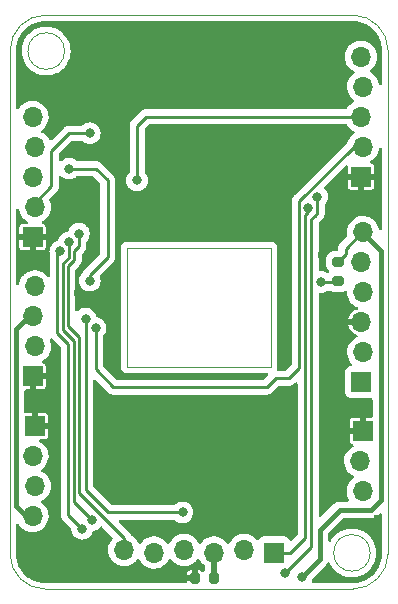
<source format=gbr>
%TF.GenerationSoftware,KiCad,Pcbnew,(6.0.4-0)*%
%TF.CreationDate,2022-08-31T17:38:41+08:00*%
%TF.ProjectId,STLinkV3_Adapter,53544c69-6e6b-4563-935f-416461707465,rev?*%
%TF.SameCoordinates,Original*%
%TF.FileFunction,Copper,L2,Bot*%
%TF.FilePolarity,Positive*%
%FSLAX46Y46*%
G04 Gerber Fmt 4.6, Leading zero omitted, Abs format (unit mm)*
G04 Created by KiCad (PCBNEW (6.0.4-0)) date 2022-08-31 17:38:41*
%MOMM*%
%LPD*%
G01*
G04 APERTURE LIST*
G04 Aperture macros list*
%AMRoundRect*
0 Rectangle with rounded corners*
0 $1 Rounding radius*
0 $2 $3 $4 $5 $6 $7 $8 $9 X,Y pos of 4 corners*
0 Add a 4 corners polygon primitive as box body*
4,1,4,$2,$3,$4,$5,$6,$7,$8,$9,$2,$3,0*
0 Add four circle primitives for the rounded corners*
1,1,$1+$1,$2,$3*
1,1,$1+$1,$4,$5*
1,1,$1+$1,$6,$7*
1,1,$1+$1,$8,$9*
0 Add four rect primitives between the rounded corners*
20,1,$1+$1,$2,$3,$4,$5,0*
20,1,$1+$1,$4,$5,$6,$7,0*
20,1,$1+$1,$6,$7,$8,$9,0*
20,1,$1+$1,$8,$9,$2,$3,0*%
G04 Aperture macros list end*
%TA.AperFunction,Profile*%
%ADD10C,0.100000*%
%TD*%
%TA.AperFunction,Profile*%
%ADD11C,0.120000*%
%TD*%
%TA.AperFunction,ComponentPad*%
%ADD12R,1.700000X1.700000*%
%TD*%
%TA.AperFunction,ComponentPad*%
%ADD13O,1.700000X1.700000*%
%TD*%
%TA.AperFunction,SMDPad,CuDef*%
%ADD14RoundRect,0.200000X0.200000X0.275000X-0.200000X0.275000X-0.200000X-0.275000X0.200000X-0.275000X0*%
%TD*%
%TA.AperFunction,SMDPad,CuDef*%
%ADD15RoundRect,0.200000X0.275000X-0.200000X0.275000X0.200000X-0.275000X0.200000X-0.275000X-0.200000X0*%
%TD*%
%TA.AperFunction,ViaPad*%
%ADD16C,0.800000*%
%TD*%
%TA.AperFunction,ViaPad*%
%ADD17C,0.600000*%
%TD*%
%TA.AperFunction,Conductor*%
%ADD18C,0.250000*%
%TD*%
%TA.AperFunction,Conductor*%
%ADD19C,0.400000*%
%TD*%
%TA.AperFunction,Conductor*%
%ADD20C,0.508000*%
%TD*%
G04 APERTURE END LIST*
D10*
X70000026Y-105648680D02*
G75*
G03*
X73000000Y-108600000I2952974J1280D01*
G01*
X99000000Y-108600000D02*
X73000000Y-108600000D01*
X102000000Y-63000000D02*
X102000000Y-105600000D01*
X74610000Y-63050000D02*
G75*
G03*
X74610000Y-63050000I-1550000J0D01*
G01*
X100490000Y-105540000D02*
G75*
G03*
X100490000Y-105540000I-1550000J0D01*
G01*
X73000000Y-60000000D02*
G75*
G03*
X70000000Y-63000000I2600J-3002600D01*
G01*
X99000000Y-108600000D02*
G75*
G03*
X102000000Y-105600000I0J3000000D01*
G01*
X102000000Y-63000000D02*
G75*
G03*
X99000000Y-60000000I-3000000J0D01*
G01*
X73000000Y-60000000D02*
X99000000Y-60000000D01*
X70000000Y-105648680D02*
X70000000Y-63000000D01*
D11*
%TO.C,U1*%
X79900000Y-79700000D02*
X92100000Y-79700000D01*
X92100000Y-79700000D02*
X92100000Y-89800000D01*
X92100000Y-89800000D02*
X79900000Y-89800000D01*
X79900000Y-89800000D02*
X79900000Y-79700000D01*
%TD*%
D12*
%TO.P,J3,1,Pin_1*%
%TO.N,GNDREF*%
X72100000Y-94800000D03*
D13*
%TO.P,J3,2,Pin_2*%
%TO.N,/VCP_Tx*%
X71900000Y-97340000D03*
%TO.P,J3,3,Pin_3*%
%TO.N,/VCP_Rx*%
X72100000Y-99880000D03*
%TO.P,J3,4,Pin_4*%
%TO.N,/5V*%
X71900000Y-102420000D03*
%TD*%
D12*
%TO.P,J4,1,Pin_1*%
%TO.N,GNDREF*%
X99700000Y-73680000D03*
D13*
%TO.P,J4,2,Pin_2*%
%TO.N,/SPI_NSS*%
X99900000Y-71140000D03*
%TO.P,J4,3,Pin_3*%
%TO.N,/SPI_CLK*%
X99700000Y-68600000D03*
%TO.P,J4,4,Pin_4*%
%TO.N,/SPI_MISO*%
X99900000Y-66060000D03*
%TO.P,J4,5,Pin_5*%
%TO.N,/SPI_MOSI*%
X99700000Y-63520000D03*
%TD*%
D12*
%TO.P,J1,1,Pin_1*%
%TO.N,GNDREF*%
X99850000Y-95225000D03*
D13*
%TO.P,J1,2,Pin_2*%
%TO.N,/I2C_SDA*%
X99650000Y-97765000D03*
%TO.P,J1,3,Pin_3*%
%TO.N,/I2C_SCL*%
X99850000Y-100305000D03*
%TD*%
D12*
%TO.P,J6,1,Pin_1*%
%TO.N,/GPIO0*%
X99700000Y-91080000D03*
D13*
%TO.P,J6,2,Pin_2*%
%TO.N,/GPIO1*%
X99900000Y-88540000D03*
%TO.P,J6,3,Pin_3*%
%TO.N,GNDREF*%
X99700000Y-86000000D03*
%TO.P,J6,4,Pin_4*%
%TO.N,/GPIO2*%
X99900000Y-83460000D03*
%TO.P,J6,5,Pin_5*%
%TO.N,/GPIO3*%
X99700000Y-80920000D03*
%TO.P,J6,6,Pin_6*%
%TO.N,/5V*%
X99900000Y-78380000D03*
%TD*%
D12*
%TO.P,J5,1,Pin_1*%
%TO.N,GNDREF*%
X71900000Y-90600000D03*
D13*
%TO.P,J5,2,Pin_2*%
%TO.N,/CAN_Tx*%
X72100000Y-88060000D03*
%TO.P,J5,3,Pin_3*%
%TO.N,/5V*%
X71900000Y-85520000D03*
%TO.P,J5,4,Pin_4*%
%TO.N,/CAN_Rx*%
X72100000Y-82980000D03*
%TD*%
D12*
%TO.P,J2,1,Pin_1*%
%TO.N,GNDREF*%
X71900000Y-78800000D03*
D13*
%TO.P,J2,2,Pin_2*%
%TO.N,/UART_Rx*%
X72100000Y-76260000D03*
%TO.P,J2,3,Pin_3*%
%TO.N,/UART_Tx*%
X71900000Y-73720000D03*
%TO.P,J2,4,Pin_4*%
%TO.N,/UART_RTS*%
X72100000Y-71180000D03*
%TO.P,J2,5,Pin_5*%
%TO.N,/UART_CTS*%
X71900000Y-68640000D03*
%TD*%
D12*
%TO.P,J7,1,Pin_1*%
%TO.N,/T_VCC*%
X92350000Y-105510000D03*
D13*
%TO.P,J7,2,Pin_2*%
%TO.N,/T_SWCLK*%
X89810000Y-105290000D03*
%TO.P,J7,3,Pin_3*%
%TO.N,/T_GND*%
X87270000Y-105510000D03*
%TO.P,J7,4,Pin_4*%
%TO.N,/T_SWDIO*%
X84730000Y-105290000D03*
%TO.P,J7,5,Pin_5*%
%TO.N,/T_NRST*%
X82190000Y-105510000D03*
%TO.P,J7,6,Pin_6*%
%TO.N,/T_SWO*%
X79650000Y-105290000D03*
%TD*%
D14*
%TO.P,R2,1*%
%TO.N,/T_GND*%
X87275000Y-107650000D03*
%TO.P,R2,2*%
%TO.N,GNDREF*%
X85625000Y-107650000D03*
%TD*%
D15*
%TO.P,R1,1*%
%TO.N,Net-(R1-Pad1)*%
X97730000Y-82545000D03*
%TO.P,R1,2*%
%TO.N,/5V*%
X97730000Y-80895000D03*
%TD*%
D16*
%TO.N,/UART_Rx*%
X76750000Y-70000000D03*
%TO.N,/UART_Tx*%
X76750000Y-82500000D03*
X75000000Y-73000000D03*
%TO.N,/5V*%
X94700000Y-107600000D03*
%TO.N,/SPI_NSS*%
X77250000Y-86500000D03*
%TO.N,/SPI_CLK*%
X80750000Y-74000000D03*
%TO.N,/T_SWO*%
X75824500Y-78500000D03*
%TO.N,/T_NRST*%
X96000000Y-75380000D03*
X93300000Y-107250000D03*
%TO.N,/T_SWDIO*%
X76100000Y-103500000D03*
X74250000Y-80000000D03*
%TO.N,/T_GND*%
X76900000Y-102775500D03*
X74974500Y-79250000D03*
%TO.N,/T_SWCLK*%
X76400000Y-85700000D03*
X84600000Y-102100000D03*
%TO.N,/T_VCC*%
X95199989Y-76360000D03*
%TO.N,Net-(R1-Pad1)*%
X96340000Y-82610000D03*
D17*
%TO.N,GNDREF*%
X81464286Y-92750000D03*
X86714286Y-75500000D03*
X76750000Y-77500000D03*
X73678572Y-105500000D03*
X92500000Y-63750000D03*
X71750000Y-107000000D03*
X99800000Y-75500000D03*
X80000000Y-65500000D03*
X91964286Y-102500000D03*
X98700000Y-93200000D03*
X85928572Y-70250000D03*
X75250000Y-74250000D03*
X90000000Y-63750000D03*
X86714286Y-72000000D03*
X80000000Y-67250000D03*
X82500000Y-67250000D03*
X77250000Y-105500000D03*
X87500000Y-63750000D03*
X85928572Y-73750000D03*
X79678572Y-92750000D03*
X80000000Y-63750000D03*
X95000000Y-65500000D03*
X87714286Y-77250000D03*
X93800000Y-98500000D03*
X95000000Y-62000000D03*
X75464286Y-105500000D03*
X85928572Y-77250000D03*
X80000000Y-62000000D03*
X87500000Y-67250000D03*
X83250000Y-92750000D03*
X100100000Y-93200000D03*
X93800000Y-100000000D03*
X96600000Y-85800000D03*
X84928572Y-75500000D03*
X97200000Y-77300000D03*
X88500000Y-75500000D03*
X77000000Y-63750000D03*
X87500000Y-65500000D03*
X95000000Y-67250000D03*
X87714286Y-73750000D03*
X92500000Y-65500000D03*
X97200000Y-76400000D03*
X88500000Y-72000000D03*
X90000000Y-62000000D03*
X93750000Y-102500000D03*
X85000000Y-62000000D03*
X95000000Y-63750000D03*
X97300000Y-93200000D03*
X96500000Y-84900000D03*
X72900000Y-92700000D03*
X82500000Y-62000000D03*
X84928572Y-72000000D03*
X90000000Y-65500000D03*
X71600000Y-92700000D03*
X101100000Y-102550000D03*
X92500000Y-62000000D03*
X85000000Y-65500000D03*
X97500000Y-91250000D03*
X87714286Y-70250000D03*
X85000000Y-63750000D03*
X97600000Y-75500000D03*
X93800000Y-101300000D03*
X77000000Y-65500000D03*
X77000000Y-67250000D03*
X92500000Y-67250000D03*
X71700000Y-80800000D03*
X77000000Y-62000000D03*
X72900000Y-80800000D03*
X84142858Y-73750000D03*
X96300000Y-107700000D03*
X75700000Y-83500000D03*
X85000000Y-67250000D03*
X74250000Y-75250000D03*
X76800000Y-79400000D03*
X77892858Y-92750000D03*
X90000000Y-67250000D03*
X96300000Y-80300000D03*
X84142858Y-70250000D03*
X97000000Y-100500000D03*
X90178572Y-102500000D03*
X87500000Y-62000000D03*
X84142858Y-77250000D03*
X82500000Y-63750000D03*
X82500000Y-65500000D03*
%TD*%
D18*
%TO.N,/UART_Rx*%
X76750000Y-70000000D02*
X75000000Y-70000000D01*
X73500000Y-74500000D02*
X72000000Y-76000000D01*
X72000000Y-76000000D02*
X72000000Y-76260000D01*
X73500000Y-71500000D02*
X73500000Y-74500000D01*
X75000000Y-70000000D02*
X73500000Y-71500000D01*
%TO.N,/UART_Tx*%
X78250000Y-80500000D02*
X76750000Y-82000000D01*
X78250000Y-74000000D02*
X78250000Y-80500000D01*
X75000000Y-73000000D02*
X77250000Y-73000000D01*
X77250000Y-73000000D02*
X78250000Y-74000000D01*
X76750000Y-82000000D02*
X76750000Y-82500000D01*
D19*
%TO.N,/5V*%
X99800000Y-78380000D02*
X101400000Y-79980000D01*
D18*
X98400000Y-79780000D02*
X98400000Y-80225000D01*
D19*
X101400000Y-79980000D02*
X101400000Y-101100000D01*
D18*
X98400000Y-80225000D02*
X97730000Y-80895000D01*
X99800000Y-78380000D02*
X98400000Y-79780000D01*
D19*
X71320000Y-102420000D02*
X70500000Y-101600000D01*
X96200000Y-106100000D02*
X94700000Y-107600000D01*
X70500000Y-101600000D02*
X70500000Y-86600000D01*
X97900000Y-101900000D02*
X96200000Y-103600000D01*
X72000000Y-102420000D02*
X71320000Y-102420000D01*
X70500000Y-86600000D02*
X71580000Y-85520000D01*
X100600000Y-101900000D02*
X97900000Y-101900000D01*
X96200000Y-103600000D02*
X96200000Y-106100000D01*
X101400000Y-101100000D02*
X100600000Y-101900000D01*
X71580000Y-85520000D02*
X72000000Y-85520000D01*
D18*
%TO.N,/SPI_NSS*%
X94475489Y-89884511D02*
X93610000Y-90750000D01*
X77250000Y-90000000D02*
X77250000Y-86500000D01*
X94475489Y-75774511D02*
X94475489Y-89884511D01*
X99690000Y-71250000D02*
X99000000Y-71250000D01*
X78750000Y-91500000D02*
X77250000Y-90000000D01*
X92500000Y-90750000D02*
X91750000Y-91500000D01*
X93610000Y-90750000D02*
X92500000Y-90750000D01*
X99800000Y-71140000D02*
X99690000Y-71250000D01*
X91750000Y-91500000D02*
X78750000Y-91500000D01*
X99000000Y-71250000D02*
X94475489Y-75774511D01*
%TO.N,/SPI_CLK*%
X81514283Y-68600000D02*
X99800000Y-68600000D01*
X80750000Y-69364283D02*
X81514283Y-68600000D01*
X80750000Y-74000000D02*
X80750000Y-69364283D01*
%TO.N,/T_SWO*%
X75824500Y-79599520D02*
X75424020Y-80000000D01*
X74899040Y-81275000D02*
X74899040Y-86321040D01*
X75824500Y-78500000D02*
X75824500Y-79599520D01*
X74899040Y-86321040D02*
X75842000Y-87264000D01*
X75842000Y-87264000D02*
X75842000Y-100472000D01*
X75424020Y-80750020D02*
X74899040Y-81275000D01*
X75842000Y-100472000D02*
X79650000Y-104280000D01*
X79650000Y-104280000D02*
X79650000Y-105273000D01*
X75424020Y-80000000D02*
X75424020Y-80750020D01*
%TO.N,/T_NRST*%
X95805000Y-76985000D02*
X95480000Y-77310000D01*
X95480000Y-77310000D02*
X95480000Y-105070000D01*
X95480000Y-105070000D02*
X93300000Y-107250000D01*
X95805000Y-76985000D02*
X95649509Y-77140491D01*
X96000000Y-75380000D02*
X96000000Y-76790000D01*
X96000000Y-76790000D02*
X95805000Y-76985000D01*
%TO.N,/T_SWDIO*%
X74250000Y-80000000D02*
X74000000Y-80250000D01*
X74000000Y-80250000D02*
X74000000Y-86946000D01*
X74942960Y-102342960D02*
X76100000Y-103500000D01*
X74942960Y-87888960D02*
X74942960Y-102342960D01*
X74000000Y-86946000D02*
X74942960Y-87888960D01*
%TO.N,/T_GND*%
X75392480Y-101267980D02*
X76900000Y-102775500D01*
X74974500Y-79250000D02*
X74974500Y-80525500D01*
X75392480Y-87576480D02*
X75392480Y-101267980D01*
X74449520Y-86633520D02*
X75392480Y-87576480D01*
D20*
X87270000Y-105400000D02*
X87270000Y-107645000D01*
D18*
X74449520Y-81050480D02*
X74449520Y-86633520D01*
X74974500Y-80525500D02*
X74449520Y-81050480D01*
X87270000Y-107645000D02*
X87275000Y-107650000D01*
%TO.N,/T_SWCLK*%
X78300000Y-102100000D02*
X84600000Y-102100000D01*
X76400000Y-85700000D02*
X76400000Y-100200000D01*
X76400000Y-100200000D02*
X78300000Y-102100000D01*
%TO.N,/T_VCC*%
X95199989Y-76690011D02*
X95199989Y-76360000D01*
X92350000Y-105527000D02*
X93723000Y-105527000D01*
X93723000Y-105527000D02*
X94970000Y-104280000D01*
X94970000Y-76920000D02*
X95199989Y-76690011D01*
X94970000Y-104280000D02*
X94970000Y-76920000D01*
%TO.N,Net-(R1-Pad1)*%
X97665000Y-82610000D02*
X97730000Y-82545000D01*
X96340000Y-82610000D02*
X97665000Y-82610000D01*
%TD*%
%TA.AperFunction,Conductor*%
%TO.N,GNDREF*%
G36*
X101409532Y-102196604D02*
G01*
X101466368Y-102239151D01*
X101491179Y-102305671D01*
X101491500Y-102314660D01*
X101491500Y-105550633D01*
X101490000Y-105570018D01*
X101487690Y-105584851D01*
X101487690Y-105584855D01*
X101486309Y-105593724D01*
X101488558Y-105610919D01*
X101489391Y-105634863D01*
X101473794Y-105892710D01*
X101471960Y-105907814D01*
X101466372Y-105938309D01*
X101422606Y-106177137D01*
X101420477Y-106188754D01*
X101416836Y-106203526D01*
X101336758Y-106460507D01*
X101331859Y-106476227D01*
X101326466Y-106490445D01*
X101214449Y-106739338D01*
X101209243Y-106750906D01*
X101202172Y-106764379D01*
X101054405Y-107008813D01*
X101045762Y-107021334D01*
X100993102Y-107088550D01*
X100871759Y-107243435D01*
X100869615Y-107246171D01*
X100859525Y-107257560D01*
X100657560Y-107459525D01*
X100646171Y-107469615D01*
X100421334Y-107645762D01*
X100408813Y-107654405D01*
X100164379Y-107802172D01*
X100150908Y-107809242D01*
X99890445Y-107926466D01*
X99876231Y-107931858D01*
X99607330Y-108015651D01*
X99603527Y-108016836D01*
X99588760Y-108020475D01*
X99400025Y-108055062D01*
X99307814Y-108071960D01*
X99292710Y-108073794D01*
X99042096Y-108088953D01*
X99015284Y-108087692D01*
X99015148Y-108087690D01*
X99006276Y-108086309D01*
X98997374Y-108087473D01*
X98997372Y-108087473D01*
X98982323Y-108089441D01*
X98974714Y-108090436D01*
X98958379Y-108091500D01*
X95668979Y-108091500D01*
X95600858Y-108071498D01*
X95554365Y-108017842D01*
X95544261Y-107947568D01*
X95549146Y-107926564D01*
X95591502Y-107796207D01*
X95591502Y-107796205D01*
X95593542Y-107789928D01*
X95598450Y-107743230D01*
X95625463Y-107677573D01*
X95634665Y-107667305D01*
X96149391Y-107152580D01*
X96680528Y-106621443D01*
X96686793Y-106615589D01*
X96724664Y-106582552D01*
X96724665Y-106582551D01*
X96730385Y-106577561D01*
X96767136Y-106525271D01*
X96771028Y-106520029D01*
X96810476Y-106469718D01*
X96813600Y-106462799D01*
X96814988Y-106460507D01*
X96823357Y-106445835D01*
X96824622Y-106443475D01*
X96828990Y-106437261D01*
X96838879Y-106411897D01*
X96882261Y-106355696D01*
X96949140Y-106331870D01*
X97018284Y-106347984D01*
X97068836Y-106401053D01*
X97113800Y-106490454D01*
X97145849Y-106554176D01*
X97164022Y-106590310D01*
X97166448Y-106593839D01*
X97166451Y-106593845D01*
X97240697Y-106701873D01*
X97322997Y-106821620D01*
X97325884Y-106824793D01*
X97325885Y-106824794D01*
X97368638Y-106871779D01*
X97511894Y-107029215D01*
X97515183Y-107031965D01*
X97723925Y-107206501D01*
X97723930Y-107206505D01*
X97727217Y-107209253D01*
X97794711Y-107251592D01*
X97961341Y-107356119D01*
X97961345Y-107356121D01*
X97964981Y-107358402D01*
X98220788Y-107473903D01*
X98224907Y-107475123D01*
X98485790Y-107552401D01*
X98485795Y-107552402D01*
X98489903Y-107553619D01*
X98494137Y-107554267D01*
X98494142Y-107554268D01*
X98733071Y-107590829D01*
X98767347Y-107596074D01*
X98910292Y-107598319D01*
X99043694Y-107600415D01*
X99043700Y-107600415D01*
X99047985Y-107600482D01*
X99326626Y-107566763D01*
X99598112Y-107495540D01*
X99602072Y-107493900D01*
X99602077Y-107493898D01*
X99748216Y-107433365D01*
X99857420Y-107388131D01*
X99867139Y-107382452D01*
X100096054Y-107248685D01*
X100096055Y-107248685D01*
X100099752Y-107246524D01*
X100320624Y-107073338D01*
X100515948Y-106871779D01*
X100518481Y-106868331D01*
X100518485Y-106868326D01*
X100679572Y-106649032D01*
X100682110Y-106645577D01*
X100684156Y-106641809D01*
X100813986Y-106402692D01*
X100813987Y-106402690D01*
X100816036Y-106398916D01*
X100888390Y-106207438D01*
X100913729Y-106140380D01*
X100913730Y-106140376D01*
X100915247Y-106136362D01*
X100968324Y-105904616D01*
X100976949Y-105866957D01*
X100976950Y-105866953D01*
X100977907Y-105862773D01*
X100986121Y-105770743D01*
X101002637Y-105585677D01*
X101002637Y-105585675D01*
X101002857Y-105583211D01*
X101003310Y-105540000D01*
X100984220Y-105259977D01*
X100927303Y-104985135D01*
X100833612Y-104720561D01*
X100823401Y-104700776D01*
X100706847Y-104474957D01*
X100706847Y-104474956D01*
X100704882Y-104471150D01*
X100674838Y-104428401D01*
X100596392Y-104316785D01*
X100543493Y-104241517D01*
X100458662Y-104150228D01*
X100355354Y-104039055D01*
X100355351Y-104039052D01*
X100352433Y-104035912D01*
X100135237Y-103858139D01*
X99895923Y-103711487D01*
X99873348Y-103701577D01*
X99642853Y-103600397D01*
X99638921Y-103598671D01*
X99619519Y-103593144D01*
X99373114Y-103522954D01*
X99373115Y-103522954D01*
X99368986Y-103521778D01*
X99163217Y-103492493D01*
X99095365Y-103482836D01*
X99095363Y-103482836D01*
X99091113Y-103482231D01*
X99086824Y-103482209D01*
X99086817Y-103482208D01*
X98814730Y-103480783D01*
X98814723Y-103480783D01*
X98810444Y-103480761D01*
X98806199Y-103481320D01*
X98806197Y-103481320D01*
X98742813Y-103489665D01*
X98532172Y-103517397D01*
X98261446Y-103591459D01*
X98003277Y-103701577D01*
X97884717Y-103772534D01*
X97766123Y-103843511D01*
X97766119Y-103843514D01*
X97762441Y-103845715D01*
X97543395Y-104021204D01*
X97540451Y-104024306D01*
X97540447Y-104024310D01*
X97364817Y-104209385D01*
X97350192Y-104224797D01*
X97186408Y-104452727D01*
X97184405Y-104456511D01*
X97184397Y-104456523D01*
X97145854Y-104529318D01*
X97096301Y-104580161D01*
X97027127Y-104596143D01*
X96960293Y-104572189D01*
X96917020Y-104515905D01*
X96908500Y-104470359D01*
X96908500Y-103945660D01*
X96928502Y-103877539D01*
X96945405Y-103856565D01*
X98156565Y-102645405D01*
X98218877Y-102611379D01*
X98245660Y-102608500D01*
X100571088Y-102608500D01*
X100579658Y-102608792D01*
X100629776Y-102612209D01*
X100629780Y-102612209D01*
X100637352Y-102612725D01*
X100644829Y-102611420D01*
X100644830Y-102611420D01*
X100690914Y-102603377D01*
X100700303Y-102601738D01*
X100706821Y-102600777D01*
X100770242Y-102593102D01*
X100777343Y-102590419D01*
X100779952Y-102589778D01*
X100796262Y-102585315D01*
X100798798Y-102584550D01*
X100806284Y-102583243D01*
X100864800Y-102557556D01*
X100870904Y-102555065D01*
X100923548Y-102535173D01*
X100923549Y-102535172D01*
X100930656Y-102532487D01*
X100936919Y-102528183D01*
X100939285Y-102526946D01*
X100954097Y-102518701D01*
X100956351Y-102517368D01*
X100963305Y-102514315D01*
X101014002Y-102475413D01*
X101019332Y-102471541D01*
X101065720Y-102439661D01*
X101065725Y-102439656D01*
X101071981Y-102435357D01*
X101082666Y-102423365D01*
X101113435Y-102388830D01*
X101118416Y-102383554D01*
X101276405Y-102225565D01*
X101338717Y-102191539D01*
X101409532Y-102196604D01*
G37*
%TD.AperFunction*%
%TA.AperFunction,Conductor*%
G36*
X73511462Y-87376139D02*
G01*
X73554082Y-87399284D01*
X73568605Y-87411299D01*
X73577382Y-87419287D01*
X74272555Y-88114460D01*
X74306581Y-88176772D01*
X74309460Y-88203555D01*
X74309460Y-102264193D01*
X74308933Y-102275376D01*
X74307258Y-102282869D01*
X74307507Y-102290795D01*
X74307507Y-102290796D01*
X74309398Y-102350946D01*
X74309460Y-102354905D01*
X74309460Y-102382816D01*
X74309957Y-102386750D01*
X74309957Y-102386751D01*
X74309965Y-102386816D01*
X74310898Y-102398653D01*
X74312287Y-102442849D01*
X74316064Y-102455849D01*
X74317938Y-102462299D01*
X74321947Y-102481660D01*
X74324486Y-102501757D01*
X74327405Y-102509128D01*
X74327405Y-102509130D01*
X74340764Y-102542872D01*
X74344609Y-102554102D01*
X74356942Y-102596553D01*
X74360975Y-102603372D01*
X74360977Y-102603377D01*
X74367253Y-102613988D01*
X74375948Y-102631736D01*
X74383408Y-102650577D01*
X74388070Y-102656993D01*
X74388070Y-102656994D01*
X74409396Y-102686347D01*
X74415912Y-102696267D01*
X74425822Y-102713023D01*
X74438418Y-102734322D01*
X74452739Y-102748643D01*
X74465579Y-102763676D01*
X74477488Y-102780067D01*
X74483594Y-102785118D01*
X74511565Y-102808258D01*
X74520344Y-102816248D01*
X75152878Y-103448782D01*
X75186904Y-103511094D01*
X75189092Y-103524703D01*
X75193090Y-103562737D01*
X75202386Y-103651181D01*
X75206458Y-103689928D01*
X75265473Y-103871556D01*
X75268776Y-103877278D01*
X75268777Y-103877279D01*
X75299311Y-103930165D01*
X75360960Y-104036944D01*
X75365378Y-104041851D01*
X75365379Y-104041852D01*
X75484325Y-104173955D01*
X75488747Y-104178866D01*
X75556755Y-104228277D01*
X75620201Y-104274373D01*
X75643248Y-104291118D01*
X75649276Y-104293802D01*
X75649278Y-104293803D01*
X75797520Y-104359804D01*
X75817712Y-104368794D01*
X75911113Y-104388647D01*
X75998056Y-104407128D01*
X75998061Y-104407128D01*
X76004513Y-104408500D01*
X76195487Y-104408500D01*
X76201939Y-104407128D01*
X76201944Y-104407128D01*
X76288887Y-104388647D01*
X76382288Y-104368794D01*
X76402480Y-104359804D01*
X76550722Y-104293803D01*
X76550724Y-104293802D01*
X76556752Y-104291118D01*
X76579800Y-104274373D01*
X76643245Y-104228277D01*
X76711253Y-104178866D01*
X76715675Y-104173955D01*
X76834621Y-104041852D01*
X76834622Y-104041851D01*
X76839040Y-104036944D01*
X76900689Y-103930165D01*
X76931223Y-103877279D01*
X76931224Y-103877278D01*
X76934527Y-103871556D01*
X76963706Y-103781753D01*
X76972987Y-103753190D01*
X77013061Y-103694585D01*
X77066622Y-103668881D01*
X77175824Y-103645669D01*
X77175833Y-103645666D01*
X77182288Y-103644294D01*
X77280883Y-103600397D01*
X77350722Y-103569303D01*
X77350724Y-103569302D01*
X77356752Y-103566618D01*
X77511253Y-103454366D01*
X77620081Y-103333500D01*
X77680527Y-103296261D01*
X77751511Y-103297613D01*
X77802812Y-103328716D01*
X78657754Y-104183658D01*
X78691780Y-104245970D01*
X78686715Y-104316785D01*
X78659753Y-104359804D01*
X78642556Y-104377800D01*
X78590629Y-104432138D01*
X78587715Y-104436410D01*
X78587714Y-104436411D01*
X78530849Y-104519772D01*
X78464743Y-104616680D01*
X78437924Y-104674457D01*
X78395564Y-104765715D01*
X78370688Y-104819305D01*
X78310989Y-105034570D01*
X78287251Y-105256695D01*
X78287548Y-105261848D01*
X78287548Y-105261851D01*
X78291922Y-105337705D01*
X78300110Y-105479715D01*
X78301247Y-105484761D01*
X78301248Y-105484767D01*
X78320461Y-105570018D01*
X78349222Y-105697639D01*
X78410673Y-105848976D01*
X78428432Y-105892710D01*
X78433266Y-105904616D01*
X78444778Y-105923402D01*
X78545419Y-106087633D01*
X78549987Y-106095088D01*
X78696250Y-106263938D01*
X78868126Y-106406632D01*
X79061000Y-106519338D01*
X79065825Y-106521180D01*
X79065826Y-106521181D01*
X79134819Y-106547527D01*
X79269692Y-106599030D01*
X79274760Y-106600061D01*
X79274763Y-106600062D01*
X79364888Y-106618398D01*
X79488597Y-106643567D01*
X79493772Y-106643757D01*
X79493774Y-106643757D01*
X79706673Y-106651564D01*
X79706677Y-106651564D01*
X79711837Y-106651753D01*
X79716957Y-106651097D01*
X79716959Y-106651097D01*
X79928288Y-106624025D01*
X79928289Y-106624025D01*
X79933416Y-106623368D01*
X79938366Y-106621883D01*
X80142429Y-106560661D01*
X80142434Y-106560659D01*
X80147384Y-106559174D01*
X80347994Y-106460896D01*
X80529860Y-106331173D01*
X80546002Y-106315088D01*
X80665250Y-106196255D01*
X80688096Y-106173489D01*
X80691110Y-106169295D01*
X80691119Y-106169284D01*
X80749791Y-106087633D01*
X80805785Y-106043985D01*
X80876489Y-106037539D01*
X80939453Y-106070342D01*
X80968856Y-106113757D01*
X80971319Y-106119822D01*
X80973266Y-106124616D01*
X81003215Y-106173489D01*
X81066948Y-106277491D01*
X81089987Y-106315088D01*
X81236250Y-106483938D01*
X81408126Y-106626632D01*
X81601000Y-106739338D01*
X81809692Y-106819030D01*
X81814760Y-106820061D01*
X81814763Y-106820062D01*
X81922017Y-106841883D01*
X82028597Y-106863567D01*
X82033772Y-106863757D01*
X82033774Y-106863757D01*
X82246673Y-106871564D01*
X82246677Y-106871564D01*
X82251837Y-106871753D01*
X82256957Y-106871097D01*
X82256959Y-106871097D01*
X82468288Y-106844025D01*
X82468289Y-106844025D01*
X82473416Y-106843368D01*
X82535326Y-106824794D01*
X82682429Y-106780661D01*
X82682434Y-106780659D01*
X82687384Y-106779174D01*
X82887994Y-106680896D01*
X83069860Y-106551173D01*
X83101807Y-106519338D01*
X83184171Y-106437261D01*
X83228096Y-106393489D01*
X83260795Y-106347984D01*
X83355435Y-106216277D01*
X83358453Y-106212077D01*
X83379603Y-106169284D01*
X83410629Y-106106506D01*
X83458742Y-106054299D01*
X83527443Y-106036392D01*
X83594920Y-106058470D01*
X83625261Y-106087915D01*
X83627291Y-106090689D01*
X83629987Y-106095088D01*
X83776250Y-106263938D01*
X83948126Y-106406632D01*
X84141000Y-106519338D01*
X84145825Y-106521180D01*
X84145826Y-106521181D01*
X84214819Y-106547527D01*
X84349692Y-106599030D01*
X84354760Y-106600061D01*
X84354763Y-106600062D01*
X84444888Y-106618398D01*
X84568597Y-106643567D01*
X84573772Y-106643757D01*
X84573774Y-106643757D01*
X84786673Y-106651564D01*
X84786677Y-106651564D01*
X84791837Y-106651753D01*
X84796957Y-106651097D01*
X84796959Y-106651097D01*
X85008288Y-106624025D01*
X85008289Y-106624025D01*
X85013416Y-106623368D01*
X85018366Y-106621883D01*
X85222429Y-106560661D01*
X85222434Y-106560659D01*
X85227384Y-106559174D01*
X85427994Y-106460896D01*
X85609860Y-106331173D01*
X85626002Y-106315088D01*
X85745250Y-106196255D01*
X85768096Y-106173489D01*
X85771110Y-106169295D01*
X85771119Y-106169284D01*
X85829791Y-106087633D01*
X85885785Y-106043985D01*
X85956489Y-106037539D01*
X86019453Y-106070342D01*
X86048856Y-106113757D01*
X86051319Y-106119822D01*
X86053266Y-106124616D01*
X86083215Y-106173489D01*
X86146948Y-106277491D01*
X86169987Y-106315088D01*
X86316250Y-106483938D01*
X86461987Y-106604931D01*
X86501620Y-106663831D01*
X86507500Y-106701873D01*
X86507500Y-106909118D01*
X86489276Y-106974388D01*
X86424528Y-107081301D01*
X86422256Y-107088550D01*
X86419131Y-107095472D01*
X86416766Y-107094404D01*
X86384201Y-107143131D01*
X86319101Y-107171460D01*
X86249020Y-107160097D01*
X86202060Y-107121301D01*
X86155245Y-107057919D01*
X86142078Y-107044752D01*
X86047420Y-106974837D01*
X86030951Y-106966116D01*
X85918277Y-106926548D01*
X85903386Y-106923281D01*
X85892765Y-106922277D01*
X85881876Y-106925475D01*
X85880671Y-106926865D01*
X85879000Y-106934548D01*
X85879000Y-107778000D01*
X85858998Y-107846121D01*
X85805342Y-107892614D01*
X85753000Y-107904000D01*
X84989116Y-107904000D01*
X84973877Y-107908475D01*
X84972672Y-107909865D01*
X84971001Y-107917548D01*
X84971001Y-107965500D01*
X84950999Y-108033621D01*
X84897343Y-108080114D01*
X84845001Y-108091500D01*
X73044322Y-108091500D01*
X73026920Y-108090293D01*
X73024755Y-108089991D01*
X73016063Y-108088779D01*
X73006985Y-108087513D01*
X73006984Y-108087513D01*
X72998099Y-108086274D01*
X72989220Y-108087579D01*
X72989218Y-108087579D01*
X72981053Y-108088779D01*
X72957050Y-108089991D01*
X72767787Y-108081451D01*
X72701808Y-108078474D01*
X72686529Y-108076847D01*
X72407765Y-108029822D01*
X72392798Y-108026347D01*
X72121829Y-107945741D01*
X72107397Y-107940470D01*
X71848268Y-107827488D01*
X71834584Y-107820500D01*
X71591117Y-107676807D01*
X71578385Y-107668205D01*
X71555299Y-107650464D01*
X71354226Y-107495951D01*
X71342636Y-107485863D01*
X71295944Y-107439928D01*
X71232878Y-107377885D01*
X84971000Y-107377885D01*
X84975475Y-107393124D01*
X84976865Y-107394329D01*
X84984548Y-107396000D01*
X85352885Y-107396000D01*
X85368124Y-107391525D01*
X85369329Y-107390135D01*
X85371000Y-107382452D01*
X85371000Y-106939116D01*
X85366525Y-106923877D01*
X85365135Y-106922672D01*
X85361479Y-106921877D01*
X85346618Y-106923281D01*
X85331720Y-106926549D01*
X85219049Y-106966116D01*
X85202580Y-106974837D01*
X85107922Y-107044752D01*
X85094752Y-107057922D01*
X85024837Y-107152580D01*
X85016116Y-107169049D01*
X84976548Y-107281723D01*
X84973281Y-107296614D01*
X84971279Y-107317799D01*
X84971000Y-107323713D01*
X84971000Y-107377885D01*
X71232878Y-107377885D01*
X71141102Y-107287597D01*
X71130840Y-107276189D01*
X70986361Y-107094404D01*
X70954940Y-107054869D01*
X70946131Y-107042281D01*
X70925633Y-107008813D01*
X70798474Y-106801194D01*
X70791267Y-106787632D01*
X70674059Y-106530376D01*
X70668553Y-106516032D01*
X70583529Y-106246422D01*
X70579810Y-106231513D01*
X70559975Y-106124616D01*
X70528234Y-105953552D01*
X70526358Y-105938309D01*
X70525087Y-105917639D01*
X70511106Y-105690395D01*
X70512307Y-105664459D01*
X70512317Y-105663601D01*
X70513694Y-105654733D01*
X70509571Y-105623309D01*
X70508500Y-105606918D01*
X70508500Y-103196187D01*
X70528502Y-103128066D01*
X70582158Y-103081573D01*
X70652432Y-103071469D01*
X70717012Y-103100963D01*
X70741933Y-103130352D01*
X70782277Y-103196187D01*
X70799987Y-103225088D01*
X70946250Y-103393938D01*
X71118126Y-103536632D01*
X71311000Y-103649338D01*
X71519692Y-103729030D01*
X71524760Y-103730061D01*
X71524763Y-103730062D01*
X71632017Y-103751883D01*
X71738597Y-103773567D01*
X71743772Y-103773757D01*
X71743774Y-103773757D01*
X71956673Y-103781564D01*
X71956677Y-103781564D01*
X71961837Y-103781753D01*
X71966957Y-103781097D01*
X71966959Y-103781097D01*
X72178288Y-103754025D01*
X72178289Y-103754025D01*
X72183416Y-103753368D01*
X72188366Y-103751883D01*
X72392429Y-103690661D01*
X72392434Y-103690659D01*
X72397384Y-103689174D01*
X72597994Y-103590896D01*
X72779860Y-103461173D01*
X72792295Y-103448782D01*
X72912781Y-103328716D01*
X72938096Y-103303489D01*
X72997594Y-103220689D01*
X73065435Y-103126277D01*
X73068453Y-103122077D01*
X73167430Y-102921811D01*
X73224546Y-102733821D01*
X73230865Y-102713023D01*
X73230865Y-102713021D01*
X73232370Y-102708069D01*
X73261529Y-102486590D01*
X73261611Y-102483240D01*
X73263074Y-102423365D01*
X73263074Y-102423361D01*
X73263156Y-102420000D01*
X73244852Y-102197361D01*
X73190431Y-101980702D01*
X73101354Y-101775840D01*
X72980014Y-101588277D01*
X72829670Y-101423051D01*
X72825619Y-101419852D01*
X72825615Y-101419848D01*
X72683739Y-101307801D01*
X72642676Y-101249884D01*
X72639444Y-101178961D01*
X72675070Y-101117549D01*
X72706399Y-101095768D01*
X72793346Y-101053173D01*
X72797994Y-101050896D01*
X72979860Y-100921173D01*
X72995469Y-100905619D01*
X73134435Y-100767137D01*
X73138096Y-100763489D01*
X73268453Y-100582077D01*
X73367430Y-100381811D01*
X73432370Y-100168069D01*
X73461529Y-99946590D01*
X73463156Y-99880000D01*
X73444852Y-99657361D01*
X73390431Y-99440702D01*
X73301354Y-99235840D01*
X73203486Y-99084559D01*
X73182822Y-99052617D01*
X73182820Y-99052614D01*
X73180014Y-99048277D01*
X73029670Y-98883051D01*
X73025619Y-98879852D01*
X73025615Y-98879848D01*
X72858414Y-98747800D01*
X72858410Y-98747798D01*
X72854359Y-98744598D01*
X72837029Y-98735031D01*
X72700310Y-98659559D01*
X72650339Y-98609126D01*
X72635567Y-98539683D01*
X72660683Y-98473278D01*
X72688035Y-98446671D01*
X72775656Y-98384172D01*
X72775659Y-98384170D01*
X72779860Y-98381173D01*
X72938096Y-98223489D01*
X73068453Y-98042077D01*
X73167430Y-97841811D01*
X73232370Y-97628069D01*
X73261529Y-97406590D01*
X73263156Y-97340000D01*
X73244852Y-97117361D01*
X73190431Y-96900702D01*
X73101354Y-96695840D01*
X72988658Y-96521638D01*
X72982822Y-96512617D01*
X72982820Y-96512614D01*
X72980014Y-96508277D01*
X72829670Y-96343051D01*
X72825619Y-96339852D01*
X72825615Y-96339848D01*
X72658414Y-96207800D01*
X72658410Y-96207798D01*
X72654359Y-96204598D01*
X72537897Y-96140308D01*
X72487927Y-96089875D01*
X72473155Y-96020432D01*
X72498271Y-95954027D01*
X72555302Y-95911742D01*
X72598791Y-95903999D01*
X72968828Y-95903999D01*
X72981088Y-95902791D01*
X73036931Y-95891685D01*
X73059427Y-95882367D01*
X73122808Y-95840017D01*
X73140017Y-95822808D01*
X73182368Y-95759425D01*
X73191684Y-95736934D01*
X73202793Y-95681085D01*
X73204000Y-95668830D01*
X73204000Y-95072115D01*
X73199525Y-95056876D01*
X73198135Y-95055671D01*
X73190452Y-95054000D01*
X71972000Y-95054000D01*
X71903879Y-95033998D01*
X71857386Y-94980342D01*
X71846000Y-94928000D01*
X71846000Y-94527885D01*
X72354000Y-94527885D01*
X72358475Y-94543124D01*
X72359865Y-94544329D01*
X72367548Y-94546000D01*
X73185884Y-94546000D01*
X73201123Y-94541525D01*
X73202328Y-94540135D01*
X73203999Y-94532452D01*
X73203999Y-93931172D01*
X73202791Y-93918912D01*
X73191685Y-93863069D01*
X73182367Y-93840573D01*
X73140017Y-93777192D01*
X73122808Y-93759983D01*
X73059425Y-93717632D01*
X73036934Y-93708316D01*
X72981085Y-93697207D01*
X72968830Y-93696000D01*
X72372115Y-93696000D01*
X72356876Y-93700475D01*
X72355671Y-93701865D01*
X72354000Y-93709548D01*
X72354000Y-94527885D01*
X71846000Y-94527885D01*
X71846000Y-93714116D01*
X71841525Y-93698877D01*
X71840135Y-93697672D01*
X71832452Y-93696001D01*
X71334500Y-93696001D01*
X71266379Y-93675999D01*
X71219886Y-93622343D01*
X71208500Y-93570001D01*
X71208500Y-91830000D01*
X71228502Y-91761879D01*
X71282158Y-91715386D01*
X71334500Y-91704000D01*
X71627885Y-91704000D01*
X71643124Y-91699525D01*
X71644329Y-91698135D01*
X71646000Y-91690452D01*
X71646000Y-91685884D01*
X72154000Y-91685884D01*
X72158475Y-91701123D01*
X72159865Y-91702328D01*
X72167548Y-91703999D01*
X72768828Y-91703999D01*
X72781088Y-91702791D01*
X72836931Y-91691685D01*
X72859427Y-91682367D01*
X72922808Y-91640017D01*
X72940017Y-91622808D01*
X72982368Y-91559425D01*
X72991684Y-91536934D01*
X73002793Y-91481085D01*
X73004000Y-91468830D01*
X73004000Y-90872115D01*
X72999525Y-90856876D01*
X72998135Y-90855671D01*
X72990452Y-90854000D01*
X72172115Y-90854000D01*
X72156876Y-90858475D01*
X72155671Y-90859865D01*
X72154000Y-90867548D01*
X72154000Y-91685884D01*
X71646000Y-91685884D01*
X71646000Y-90472000D01*
X71666002Y-90403879D01*
X71719658Y-90357386D01*
X71772000Y-90346000D01*
X72985884Y-90346000D01*
X73001123Y-90341525D01*
X73002328Y-90340135D01*
X73003999Y-90332452D01*
X73003999Y-89731172D01*
X73002791Y-89718912D01*
X72991685Y-89663069D01*
X72982367Y-89640573D01*
X72940017Y-89577192D01*
X72922808Y-89559983D01*
X72859425Y-89517632D01*
X72836934Y-89508316D01*
X72775017Y-89496000D01*
X72775401Y-89494067D01*
X72718023Y-89470907D01*
X72677005Y-89412958D01*
X72673829Y-89342033D01*
X72709501Y-89280649D01*
X72740759Y-89258935D01*
X72793350Y-89233171D01*
X72793349Y-89233171D01*
X72797994Y-89230896D01*
X72979860Y-89101173D01*
X72995469Y-89085619D01*
X73134435Y-88947137D01*
X73138096Y-88943489D01*
X73268453Y-88762077D01*
X73281951Y-88734767D01*
X73365136Y-88566453D01*
X73365137Y-88566451D01*
X73367430Y-88561811D01*
X73432370Y-88348069D01*
X73461529Y-88126590D01*
X73461611Y-88123240D01*
X73463074Y-88063365D01*
X73463074Y-88063361D01*
X73463156Y-88060000D01*
X73444852Y-87837361D01*
X73390431Y-87620702D01*
X73358214Y-87546608D01*
X73349394Y-87476163D01*
X73380061Y-87412131D01*
X73440478Y-87374843D01*
X73511462Y-87376139D01*
G37*
%TD.AperFunction*%
%TA.AperFunction,Conductor*%
G36*
X77242012Y-90888370D02*
G01*
X77248595Y-90894499D01*
X78246343Y-91892247D01*
X78253887Y-91900537D01*
X78258000Y-91907018D01*
X78263777Y-91912443D01*
X78307667Y-91953658D01*
X78310509Y-91956413D01*
X78330230Y-91976134D01*
X78333425Y-91978612D01*
X78342447Y-91986318D01*
X78374679Y-92016586D01*
X78381628Y-92020406D01*
X78392432Y-92026346D01*
X78408956Y-92037199D01*
X78424959Y-92049613D01*
X78465543Y-92067176D01*
X78476173Y-92072383D01*
X78514940Y-92093695D01*
X78522617Y-92095666D01*
X78522622Y-92095668D01*
X78534558Y-92098732D01*
X78553266Y-92105137D01*
X78571855Y-92113181D01*
X78579680Y-92114420D01*
X78579682Y-92114421D01*
X78615519Y-92120097D01*
X78627140Y-92122504D01*
X78658959Y-92130673D01*
X78669970Y-92133500D01*
X78690231Y-92133500D01*
X78709940Y-92135051D01*
X78729943Y-92138219D01*
X78737835Y-92137473D01*
X78743062Y-92136979D01*
X78773954Y-92134059D01*
X78785811Y-92133500D01*
X91671233Y-92133500D01*
X91682416Y-92134027D01*
X91689909Y-92135702D01*
X91697835Y-92135453D01*
X91697836Y-92135453D01*
X91757986Y-92133562D01*
X91761945Y-92133500D01*
X91789856Y-92133500D01*
X91793791Y-92133003D01*
X91793856Y-92132995D01*
X91805693Y-92132062D01*
X91837951Y-92131048D01*
X91841970Y-92130922D01*
X91849889Y-92130673D01*
X91869343Y-92125021D01*
X91888700Y-92121013D01*
X91900930Y-92119468D01*
X91900931Y-92119468D01*
X91908797Y-92118474D01*
X91916168Y-92115555D01*
X91916170Y-92115555D01*
X91949912Y-92102196D01*
X91961142Y-92098351D01*
X91995983Y-92088229D01*
X91995984Y-92088229D01*
X92003593Y-92086018D01*
X92010412Y-92081985D01*
X92010417Y-92081983D01*
X92021028Y-92075707D01*
X92038776Y-92067012D01*
X92057617Y-92059552D01*
X92073910Y-92047715D01*
X92093387Y-92033564D01*
X92103307Y-92027048D01*
X92134535Y-92008580D01*
X92134538Y-92008578D01*
X92141362Y-92004542D01*
X92155683Y-91990221D01*
X92170717Y-91977380D01*
X92174382Y-91974717D01*
X92187107Y-91965472D01*
X92215298Y-91931395D01*
X92223288Y-91922616D01*
X92725499Y-91420405D01*
X92787811Y-91386379D01*
X92814594Y-91383500D01*
X93531233Y-91383500D01*
X93542416Y-91384027D01*
X93549909Y-91385702D01*
X93557835Y-91385453D01*
X93557836Y-91385453D01*
X93617986Y-91383562D01*
X93621945Y-91383500D01*
X93649856Y-91383500D01*
X93653791Y-91383003D01*
X93653856Y-91382995D01*
X93665693Y-91382062D01*
X93697951Y-91381048D01*
X93701970Y-91380922D01*
X93709889Y-91380673D01*
X93729343Y-91375021D01*
X93748700Y-91371013D01*
X93760930Y-91369468D01*
X93760931Y-91369468D01*
X93768797Y-91368474D01*
X93776168Y-91365555D01*
X93776170Y-91365555D01*
X93809912Y-91352196D01*
X93821142Y-91348351D01*
X93855983Y-91338229D01*
X93855984Y-91338229D01*
X93863593Y-91336018D01*
X93870412Y-91331985D01*
X93870417Y-91331983D01*
X93881028Y-91325707D01*
X93898776Y-91317012D01*
X93917617Y-91309552D01*
X93953387Y-91283564D01*
X93963307Y-91277048D01*
X93994535Y-91258580D01*
X93994538Y-91258578D01*
X94001362Y-91254542D01*
X94015683Y-91240221D01*
X94030717Y-91227380D01*
X94040694Y-91220131D01*
X94047107Y-91215472D01*
X94075298Y-91181395D01*
X94083288Y-91172616D01*
X94121405Y-91134499D01*
X94183717Y-91100473D01*
X94254532Y-91105538D01*
X94311368Y-91148085D01*
X94336179Y-91214605D01*
X94336500Y-91223594D01*
X94336500Y-103965405D01*
X94316498Y-104033526D01*
X94299595Y-104054500D01*
X93868120Y-104485975D01*
X93805808Y-104520001D01*
X93734993Y-104514936D01*
X93678157Y-104472389D01*
X93661044Y-104441112D01*
X93653768Y-104421705D01*
X93653767Y-104421704D01*
X93650615Y-104413295D01*
X93563261Y-104296739D01*
X93446705Y-104209385D01*
X93310316Y-104158255D01*
X93248134Y-104151500D01*
X91451866Y-104151500D01*
X91389684Y-104158255D01*
X91253295Y-104209385D01*
X91136739Y-104296739D01*
X91131358Y-104303919D01*
X91131357Y-104303920D01*
X91050343Y-104412016D01*
X90993483Y-104454531D01*
X90922665Y-104459556D01*
X90856323Y-104421251D01*
X90743145Y-104296870D01*
X90739670Y-104293051D01*
X90735619Y-104289852D01*
X90735615Y-104289848D01*
X90568414Y-104157800D01*
X90568410Y-104157798D01*
X90564359Y-104154598D01*
X90559416Y-104151869D01*
X90512136Y-104125769D01*
X90368789Y-104046638D01*
X90363920Y-104044914D01*
X90363916Y-104044912D01*
X90163087Y-103973795D01*
X90163083Y-103973794D01*
X90158212Y-103972069D01*
X90153119Y-103971162D01*
X90153116Y-103971161D01*
X89943373Y-103933800D01*
X89943367Y-103933799D01*
X89938284Y-103932894D01*
X89864452Y-103931992D01*
X89720081Y-103930228D01*
X89720079Y-103930228D01*
X89714911Y-103930165D01*
X89494091Y-103963955D01*
X89281756Y-104033357D01*
X89083607Y-104136507D01*
X89079474Y-104139610D01*
X89079471Y-104139612D01*
X88909100Y-104267530D01*
X88904965Y-104270635D01*
X88901393Y-104274373D01*
X88805616Y-104374598D01*
X88750629Y-104432138D01*
X88747715Y-104436410D01*
X88747714Y-104436411D01*
X88690849Y-104519772D01*
X88624743Y-104616680D01*
X88597924Y-104674457D01*
X88589425Y-104692767D01*
X88542601Y-104746134D01*
X88474358Y-104765715D01*
X88406362Y-104745292D01*
X88369346Y-104708159D01*
X88352821Y-104682616D01*
X88350014Y-104678277D01*
X88199670Y-104513051D01*
X88195619Y-104509852D01*
X88195615Y-104509848D01*
X88028414Y-104377800D01*
X88028410Y-104377798D01*
X88024359Y-104374598D01*
X88016331Y-104370166D01*
X87972135Y-104345769D01*
X87828789Y-104266638D01*
X87823920Y-104264914D01*
X87823916Y-104264912D01*
X87623087Y-104193795D01*
X87623083Y-104193794D01*
X87618212Y-104192069D01*
X87613119Y-104191162D01*
X87613116Y-104191161D01*
X87403373Y-104153800D01*
X87403367Y-104153799D01*
X87398284Y-104152894D01*
X87324452Y-104151992D01*
X87180081Y-104150228D01*
X87180079Y-104150228D01*
X87174911Y-104150165D01*
X86954091Y-104183955D01*
X86741756Y-104253357D01*
X86714530Y-104267530D01*
X86644626Y-104303920D01*
X86543607Y-104356507D01*
X86539474Y-104359610D01*
X86539471Y-104359612D01*
X86369100Y-104487530D01*
X86364965Y-104490635D01*
X86361393Y-104494373D01*
X86216648Y-104645840D01*
X86210629Y-104652138D01*
X86170366Y-104711162D01*
X86115455Y-104756164D01*
X86044930Y-104764335D01*
X85981183Y-104733081D01*
X85950730Y-104690402D01*
X85931354Y-104645840D01*
X85847295Y-104515905D01*
X85812822Y-104462617D01*
X85812820Y-104462614D01*
X85810014Y-104458277D01*
X85659670Y-104293051D01*
X85655619Y-104289852D01*
X85655615Y-104289848D01*
X85488414Y-104157800D01*
X85488410Y-104157798D01*
X85484359Y-104154598D01*
X85479416Y-104151869D01*
X85432136Y-104125769D01*
X85288789Y-104046638D01*
X85283920Y-104044914D01*
X85283916Y-104044912D01*
X85083087Y-103973795D01*
X85083083Y-103973794D01*
X85078212Y-103972069D01*
X85073119Y-103971162D01*
X85073116Y-103971161D01*
X84863373Y-103933800D01*
X84863367Y-103933799D01*
X84858284Y-103932894D01*
X84784452Y-103931992D01*
X84640081Y-103930228D01*
X84640079Y-103930228D01*
X84634911Y-103930165D01*
X84414091Y-103963955D01*
X84201756Y-104033357D01*
X84003607Y-104136507D01*
X83999474Y-104139610D01*
X83999471Y-104139612D01*
X83829100Y-104267530D01*
X83824965Y-104270635D01*
X83821393Y-104274373D01*
X83725616Y-104374598D01*
X83670629Y-104432138D01*
X83667715Y-104436410D01*
X83667714Y-104436411D01*
X83610849Y-104519772D01*
X83544743Y-104616680D01*
X83517924Y-104674457D01*
X83509425Y-104692767D01*
X83462601Y-104746134D01*
X83394358Y-104765715D01*
X83326362Y-104745292D01*
X83289346Y-104708159D01*
X83272821Y-104682616D01*
X83270014Y-104678277D01*
X83119670Y-104513051D01*
X83115619Y-104509852D01*
X83115615Y-104509848D01*
X82948414Y-104377800D01*
X82948410Y-104377798D01*
X82944359Y-104374598D01*
X82936331Y-104370166D01*
X82892135Y-104345769D01*
X82748789Y-104266638D01*
X82743920Y-104264914D01*
X82743916Y-104264912D01*
X82543087Y-104193795D01*
X82543083Y-104193794D01*
X82538212Y-104192069D01*
X82533119Y-104191162D01*
X82533116Y-104191161D01*
X82323373Y-104153800D01*
X82323367Y-104153799D01*
X82318284Y-104152894D01*
X82244452Y-104151992D01*
X82100081Y-104150228D01*
X82100079Y-104150228D01*
X82094911Y-104150165D01*
X81874091Y-104183955D01*
X81661756Y-104253357D01*
X81634530Y-104267530D01*
X81564626Y-104303920D01*
X81463607Y-104356507D01*
X81459474Y-104359610D01*
X81459471Y-104359612D01*
X81289100Y-104487530D01*
X81284965Y-104490635D01*
X81281393Y-104494373D01*
X81136648Y-104645840D01*
X81130629Y-104652138D01*
X81090366Y-104711162D01*
X81035455Y-104756164D01*
X80964930Y-104764335D01*
X80901183Y-104733081D01*
X80870730Y-104690402D01*
X80851354Y-104645840D01*
X80767295Y-104515905D01*
X80732822Y-104462617D01*
X80732820Y-104462614D01*
X80730014Y-104458277D01*
X80579670Y-104293051D01*
X80575619Y-104289852D01*
X80575615Y-104289848D01*
X80408414Y-104157800D01*
X80408410Y-104157798D01*
X80404359Y-104154598D01*
X80399416Y-104151869D01*
X80292305Y-104092741D01*
X80242334Y-104042308D01*
X80238108Y-104033602D01*
X80236018Y-104026407D01*
X80231983Y-104019585D01*
X80231980Y-104019577D01*
X80225706Y-104008968D01*
X80217010Y-103991218D01*
X80212472Y-103979756D01*
X80212469Y-103979751D01*
X80209552Y-103972383D01*
X80183573Y-103936625D01*
X80177057Y-103926707D01*
X80158575Y-103895457D01*
X80154542Y-103888637D01*
X80140218Y-103874313D01*
X80127376Y-103859278D01*
X80115472Y-103842893D01*
X80081406Y-103814711D01*
X80072627Y-103806722D01*
X79214500Y-102948595D01*
X79180474Y-102886283D01*
X79185539Y-102815468D01*
X79228086Y-102758632D01*
X79294606Y-102733821D01*
X79303595Y-102733500D01*
X83891800Y-102733500D01*
X83959921Y-102753502D01*
X83979147Y-102769843D01*
X83979420Y-102769540D01*
X83984332Y-102773963D01*
X83988747Y-102778866D01*
X84143248Y-102891118D01*
X84149276Y-102893802D01*
X84149278Y-102893803D01*
X84222612Y-102926453D01*
X84317712Y-102968794D01*
X84411112Y-102988647D01*
X84498056Y-103007128D01*
X84498061Y-103007128D01*
X84504513Y-103008500D01*
X84695487Y-103008500D01*
X84701939Y-103007128D01*
X84701944Y-103007128D01*
X84788888Y-102988647D01*
X84882288Y-102968794D01*
X84977388Y-102926453D01*
X85050722Y-102893803D01*
X85050724Y-102893802D01*
X85056752Y-102891118D01*
X85211253Y-102778866D01*
X85229472Y-102758632D01*
X85334621Y-102641852D01*
X85334622Y-102641851D01*
X85339040Y-102636944D01*
X85402548Y-102526946D01*
X85431223Y-102477279D01*
X85431224Y-102477278D01*
X85434527Y-102471556D01*
X85493542Y-102289928D01*
X85495001Y-102276053D01*
X85512814Y-102106565D01*
X85513504Y-102100000D01*
X85501493Y-101985720D01*
X85494232Y-101916635D01*
X85494232Y-101916633D01*
X85493542Y-101910072D01*
X85434527Y-101728444D01*
X85339040Y-101563056D01*
X85211253Y-101421134D01*
X85083697Y-101328459D01*
X85062094Y-101312763D01*
X85062093Y-101312762D01*
X85056752Y-101308882D01*
X85050724Y-101306198D01*
X85050722Y-101306197D01*
X84888319Y-101233891D01*
X84888318Y-101233891D01*
X84882288Y-101231206D01*
X84783567Y-101210222D01*
X84701944Y-101192872D01*
X84701939Y-101192872D01*
X84695487Y-101191500D01*
X84504513Y-101191500D01*
X84498061Y-101192872D01*
X84498056Y-101192872D01*
X84416433Y-101210222D01*
X84317712Y-101231206D01*
X84311682Y-101233891D01*
X84311681Y-101233891D01*
X84149278Y-101306197D01*
X84149276Y-101306198D01*
X84143248Y-101308882D01*
X84137907Y-101312762D01*
X84137906Y-101312763D01*
X84072424Y-101360339D01*
X83988747Y-101421134D01*
X83984332Y-101426037D01*
X83979420Y-101430460D01*
X83978295Y-101429211D01*
X83924986Y-101462051D01*
X83891800Y-101466500D01*
X78614594Y-101466500D01*
X78546473Y-101446498D01*
X78525499Y-101429595D01*
X77070405Y-99974500D01*
X77036379Y-99912188D01*
X77033500Y-99885405D01*
X77033500Y-90983594D01*
X77053502Y-90915473D01*
X77107158Y-90868980D01*
X77177432Y-90858876D01*
X77242012Y-90888370D01*
G37*
%TD.AperFunction*%
%TA.AperFunction,Conductor*%
G36*
X97038325Y-83320996D02*
G01*
X97112817Y-83366109D01*
X97161301Y-83395472D01*
X97168548Y-83397743D01*
X97168550Y-83397744D01*
X97198495Y-83407128D01*
X97324938Y-83446753D01*
X97398365Y-83453500D01*
X97401263Y-83453500D01*
X97730860Y-83453499D01*
X98061634Y-83453499D01*
X98064492Y-83453236D01*
X98064501Y-83453236D01*
X98100004Y-83449974D01*
X98135062Y-83446753D01*
X98199067Y-83426695D01*
X98291450Y-83397744D01*
X98291452Y-83397743D01*
X98298699Y-83395472D01*
X98348449Y-83365343D01*
X98417077Y-83347164D01*
X98484641Y-83368974D01*
X98529687Y-83423850D01*
X98539509Y-83465863D01*
X98550110Y-83649715D01*
X98551247Y-83654761D01*
X98551248Y-83654767D01*
X98557403Y-83682077D01*
X98599222Y-83867639D01*
X98683266Y-84074616D01*
X98728169Y-84147892D01*
X98775427Y-84225009D01*
X98799987Y-84265088D01*
X98946250Y-84433938D01*
X99118126Y-84576632D01*
X99311000Y-84689338D01*
X99315820Y-84691179D01*
X99315825Y-84691181D01*
X99352106Y-84705035D01*
X99366846Y-84710663D01*
X99423348Y-84753650D01*
X99447641Y-84820361D01*
X99432011Y-84889616D01*
X99381420Y-84939427D01*
X99365507Y-84946585D01*
X99228095Y-84997279D01*
X99217717Y-85002229D01*
X99053273Y-85100063D01*
X99043961Y-85106829D01*
X98900097Y-85232994D01*
X98892180Y-85241337D01*
X98773718Y-85391605D01*
X98767450Y-85401256D01*
X98678358Y-85570592D01*
X98673953Y-85581227D01*
X98628162Y-85728698D01*
X98627943Y-85742799D01*
X98634675Y-85746000D01*
X99828000Y-85746000D01*
X99896121Y-85766002D01*
X99942614Y-85819658D01*
X99954000Y-85872000D01*
X99954000Y-86128000D01*
X99933998Y-86196121D01*
X99880342Y-86242614D01*
X99828000Y-86254000D01*
X98643494Y-86254000D01*
X98629963Y-86257973D01*
X98628671Y-86266962D01*
X98653443Y-86364502D01*
X98657284Y-86375348D01*
X98737394Y-86549120D01*
X98743145Y-86559081D01*
X98853579Y-86715343D01*
X98861057Y-86724098D01*
X98998114Y-86857612D01*
X99007058Y-86864855D01*
X99166156Y-86971161D01*
X99176266Y-86976651D01*
X99357384Y-87054465D01*
X99356908Y-87055574D01*
X99410443Y-87092176D01*
X99438085Y-87157570D01*
X99425983Y-87227528D01*
X99377981Y-87279837D01*
X99371094Y-87283701D01*
X99173607Y-87386507D01*
X99169474Y-87389610D01*
X99169471Y-87389612D01*
X99135555Y-87415077D01*
X98994965Y-87520635D01*
X98840629Y-87682138D01*
X98714743Y-87866680D01*
X98620688Y-88069305D01*
X98560989Y-88284570D01*
X98537251Y-88506695D01*
X98537548Y-88511848D01*
X98537548Y-88511851D01*
X98549812Y-88724547D01*
X98550110Y-88729715D01*
X98551247Y-88734761D01*
X98551248Y-88734767D01*
X98575304Y-88841508D01*
X98599222Y-88947639D01*
X98683266Y-89154616D01*
X98715622Y-89207417D01*
X98747193Y-89258935D01*
X98799987Y-89345088D01*
X98803366Y-89348989D01*
X98803372Y-89348997D01*
X98945439Y-89513003D01*
X98974922Y-89577588D01*
X98964807Y-89647860D01*
X98918306Y-89701509D01*
X98850202Y-89721500D01*
X98801866Y-89721500D01*
X98739684Y-89728255D01*
X98603295Y-89779385D01*
X98486739Y-89866739D01*
X98399385Y-89983295D01*
X98348255Y-90119684D01*
X98341500Y-90181866D01*
X98341500Y-91978134D01*
X98348255Y-92040316D01*
X98399385Y-92176705D01*
X98486739Y-92293261D01*
X98603295Y-92380615D01*
X98739684Y-92431745D01*
X98801866Y-92438500D01*
X100565500Y-92438500D01*
X100633621Y-92458502D01*
X100680114Y-92512158D01*
X100691500Y-92564500D01*
X100691500Y-93995000D01*
X100671498Y-94063121D01*
X100617842Y-94109614D01*
X100565500Y-94121000D01*
X100122115Y-94121000D01*
X100106876Y-94125475D01*
X100105671Y-94126865D01*
X100104000Y-94134548D01*
X100104000Y-95353000D01*
X100083998Y-95421121D01*
X100030342Y-95467614D01*
X99978000Y-95479000D01*
X98764116Y-95479000D01*
X98748877Y-95483475D01*
X98747672Y-95484865D01*
X98746001Y-95492548D01*
X98746001Y-96093828D01*
X98747209Y-96106088D01*
X98758315Y-96161931D01*
X98767633Y-96184427D01*
X98809983Y-96247808D01*
X98827192Y-96265017D01*
X98890575Y-96307368D01*
X98913066Y-96316684D01*
X98974983Y-96329000D01*
X98974674Y-96330555D01*
X99033314Y-96354232D01*
X99074326Y-96412185D01*
X99077495Y-96483111D01*
X99041816Y-96544491D01*
X99013316Y-96564808D01*
X98923607Y-96611507D01*
X98919474Y-96614610D01*
X98919471Y-96614612D01*
X98777746Y-96721022D01*
X98744965Y-96745635D01*
X98590629Y-96907138D01*
X98464743Y-97091680D01*
X98370688Y-97294305D01*
X98310989Y-97509570D01*
X98287251Y-97731695D01*
X98300110Y-97954715D01*
X98301247Y-97959761D01*
X98301248Y-97959767D01*
X98318753Y-98037438D01*
X98349222Y-98172639D01*
X98433266Y-98379616D01*
X98549987Y-98570088D01*
X98696250Y-98738938D01*
X98868126Y-98881632D01*
X98960345Y-98935520D01*
X99050181Y-98988016D01*
X99098905Y-99039654D01*
X99111976Y-99109437D01*
X99085245Y-99175209D01*
X99062264Y-99197564D01*
X99007852Y-99238418D01*
X98944965Y-99285635D01*
X98790629Y-99447138D01*
X98664743Y-99631680D01*
X98570688Y-99834305D01*
X98510989Y-100049570D01*
X98487251Y-100271695D01*
X98500110Y-100494715D01*
X98501247Y-100499761D01*
X98501248Y-100499767D01*
X98518753Y-100577438D01*
X98549222Y-100712639D01*
X98633266Y-100919616D01*
X98680461Y-100996632D01*
X98682320Y-100999665D01*
X98700858Y-101068199D01*
X98679402Y-101135875D01*
X98624762Y-101181208D01*
X98574887Y-101191500D01*
X97928912Y-101191500D01*
X97920342Y-101191208D01*
X97870224Y-101187791D01*
X97870220Y-101187791D01*
X97862648Y-101187275D01*
X97855171Y-101188580D01*
X97855170Y-101188580D01*
X97830578Y-101192872D01*
X97799697Y-101198262D01*
X97793179Y-101199223D01*
X97729758Y-101206898D01*
X97722657Y-101209581D01*
X97720048Y-101210222D01*
X97703738Y-101214685D01*
X97701202Y-101215450D01*
X97693716Y-101216757D01*
X97686759Y-101219811D01*
X97635205Y-101242442D01*
X97629101Y-101244933D01*
X97569344Y-101267513D01*
X97563081Y-101271817D01*
X97560715Y-101273054D01*
X97545903Y-101281299D01*
X97543649Y-101282632D01*
X97536695Y-101285685D01*
X97485998Y-101324587D01*
X97480668Y-101328459D01*
X97434280Y-101360339D01*
X97434275Y-101360344D01*
X97428019Y-101364643D01*
X97422968Y-101370313D01*
X97422966Y-101370314D01*
X97386565Y-101411170D01*
X97381584Y-101416446D01*
X96328595Y-102469435D01*
X96266283Y-102503461D01*
X96195468Y-102498396D01*
X96138632Y-102455849D01*
X96113821Y-102389329D01*
X96113500Y-102380340D01*
X96113500Y-94952885D01*
X98746000Y-94952885D01*
X98750475Y-94968124D01*
X98751865Y-94969329D01*
X98759548Y-94971000D01*
X99577885Y-94971000D01*
X99593124Y-94966525D01*
X99594329Y-94965135D01*
X99596000Y-94957452D01*
X99596000Y-94139116D01*
X99591525Y-94123877D01*
X99590135Y-94122672D01*
X99582452Y-94121001D01*
X98981172Y-94121001D01*
X98968912Y-94122209D01*
X98913069Y-94133315D01*
X98890573Y-94142633D01*
X98827192Y-94184983D01*
X98809983Y-94202192D01*
X98767632Y-94265575D01*
X98758316Y-94288066D01*
X98747207Y-94343915D01*
X98746000Y-94356170D01*
X98746000Y-94952885D01*
X96113500Y-94952885D01*
X96113500Y-83643973D01*
X96133502Y-83575852D01*
X96187158Y-83529359D01*
X96244513Y-83519996D01*
X96244513Y-83518500D01*
X96435487Y-83518500D01*
X96441939Y-83517128D01*
X96441944Y-83517128D01*
X96528887Y-83498647D01*
X96622288Y-83478794D01*
X96679102Y-83453499D01*
X96790722Y-83403803D01*
X96790724Y-83403802D01*
X96796752Y-83401118D01*
X96809939Y-83391537D01*
X96898993Y-83326836D01*
X96965861Y-83302977D01*
X97038325Y-83320996D01*
G37*
%TD.AperFunction*%
%TA.AperFunction,Conductor*%
G36*
X98970018Y-60510000D02*
G01*
X98984851Y-60512310D01*
X98984855Y-60512310D01*
X98993724Y-60513691D01*
X99010923Y-60511442D01*
X99034863Y-60510609D01*
X99292710Y-60526206D01*
X99307814Y-60528040D01*
X99309135Y-60528282D01*
X99588760Y-60579525D01*
X99603526Y-60583164D01*
X99876231Y-60668142D01*
X99890445Y-60673534D01*
X100108223Y-60771547D01*
X100150906Y-60790757D01*
X100164379Y-60797828D01*
X100408813Y-60945595D01*
X100421334Y-60954238D01*
X100646171Y-61130385D01*
X100657560Y-61140475D01*
X100859525Y-61342440D01*
X100869614Y-61353828D01*
X100873194Y-61358397D01*
X101045762Y-61578666D01*
X101054405Y-61591187D01*
X101202172Y-61835621D01*
X101209242Y-61849092D01*
X101326466Y-62109555D01*
X101331858Y-62123769D01*
X101388605Y-62305877D01*
X101416836Y-62396473D01*
X101420475Y-62411240D01*
X101441665Y-62526870D01*
X101471960Y-62692186D01*
X101473794Y-62707290D01*
X101488953Y-62957904D01*
X101487692Y-62984716D01*
X101487690Y-62984852D01*
X101486309Y-62993724D01*
X101487473Y-63002626D01*
X101487473Y-63002628D01*
X101490436Y-63025283D01*
X101491500Y-63041621D01*
X101491500Y-65800470D01*
X101471498Y-65868591D01*
X101417842Y-65915084D01*
X101347568Y-65925188D01*
X101282988Y-65895694D01*
X101243296Y-65831166D01*
X101191691Y-65625720D01*
X101190431Y-65620702D01*
X101101354Y-65415840D01*
X100980014Y-65228277D01*
X100829670Y-65063051D01*
X100825619Y-65059852D01*
X100825615Y-65059848D01*
X100658414Y-64927800D01*
X100658410Y-64927798D01*
X100654359Y-64924598D01*
X100500309Y-64839558D01*
X100450339Y-64789126D01*
X100435567Y-64719683D01*
X100460683Y-64653278D01*
X100488035Y-64626671D01*
X100575656Y-64564172D01*
X100575659Y-64564170D01*
X100579860Y-64561173D01*
X100738096Y-64403489D01*
X100751485Y-64384857D01*
X100865435Y-64226277D01*
X100868453Y-64222077D01*
X100903182Y-64151809D01*
X100965136Y-64026453D01*
X100965137Y-64026451D01*
X100967430Y-64021811D01*
X101032370Y-63808069D01*
X101061529Y-63586590D01*
X101061611Y-63583240D01*
X101063074Y-63523365D01*
X101063074Y-63523361D01*
X101063156Y-63520000D01*
X101044852Y-63297361D01*
X100990431Y-63080702D01*
X100901354Y-62875840D01*
X100792314Y-62707290D01*
X100782822Y-62692617D01*
X100782820Y-62692614D01*
X100780014Y-62688277D01*
X100629670Y-62523051D01*
X100625619Y-62519852D01*
X100625615Y-62519848D01*
X100458414Y-62387800D01*
X100458410Y-62387798D01*
X100454359Y-62384598D01*
X100258789Y-62276638D01*
X100253920Y-62274914D01*
X100253916Y-62274912D01*
X100053087Y-62203795D01*
X100053083Y-62203794D01*
X100048212Y-62202069D01*
X100043119Y-62201162D01*
X100043116Y-62201161D01*
X99833373Y-62163800D01*
X99833367Y-62163799D01*
X99828284Y-62162894D01*
X99754452Y-62161992D01*
X99610081Y-62160228D01*
X99610079Y-62160228D01*
X99604911Y-62160165D01*
X99384091Y-62193955D01*
X99171756Y-62263357D01*
X98973607Y-62366507D01*
X98969474Y-62369610D01*
X98969471Y-62369612D01*
X98824390Y-62478542D01*
X98794965Y-62500635D01*
X98791393Y-62504373D01*
X98649252Y-62653115D01*
X98640629Y-62662138D01*
X98637715Y-62666410D01*
X98637714Y-62666411D01*
X98584516Y-62744396D01*
X98514743Y-62846680D01*
X98499003Y-62880590D01*
X98424255Y-63041621D01*
X98420688Y-63049305D01*
X98360989Y-63264570D01*
X98337251Y-63486695D01*
X98337548Y-63491848D01*
X98337548Y-63491851D01*
X98343202Y-63589908D01*
X98350110Y-63709715D01*
X98351247Y-63714761D01*
X98351248Y-63714767D01*
X98364482Y-63773487D01*
X98399222Y-63927639D01*
X98483266Y-64134616D01*
X98599987Y-64325088D01*
X98746250Y-64493938D01*
X98918126Y-64636632D01*
X99010988Y-64690896D01*
X99100181Y-64743016D01*
X99148905Y-64794654D01*
X99161976Y-64864437D01*
X99135245Y-64930209D01*
X99112264Y-64952564D01*
X98999100Y-65037530D01*
X98994965Y-65040635D01*
X98840629Y-65202138D01*
X98714743Y-65386680D01*
X98620688Y-65589305D01*
X98560989Y-65804570D01*
X98537251Y-66026695D01*
X98550110Y-66249715D01*
X98551247Y-66254761D01*
X98551248Y-66254767D01*
X98558225Y-66285725D01*
X98599222Y-66467639D01*
X98683266Y-66674616D01*
X98799987Y-66865088D01*
X98946250Y-67033938D01*
X98950225Y-67037238D01*
X98950228Y-67037241D01*
X99116310Y-67175125D01*
X99155945Y-67234028D01*
X99157443Y-67305009D01*
X99120328Y-67365531D01*
X99094007Y-67383831D01*
X98973607Y-67446507D01*
X98969474Y-67449610D01*
X98969471Y-67449612D01*
X98891972Y-67507800D01*
X98794965Y-67580635D01*
X98640629Y-67742138D01*
X98637715Y-67746410D01*
X98637714Y-67746411D01*
X98525095Y-67911504D01*
X98470184Y-67956507D01*
X98421007Y-67966500D01*
X81593046Y-67966500D01*
X81581862Y-67965973D01*
X81574374Y-67964299D01*
X81566451Y-67964548D01*
X81506316Y-67966438D01*
X81502358Y-67966500D01*
X81474427Y-67966500D01*
X81470512Y-67966995D01*
X81470508Y-67966995D01*
X81470450Y-67967003D01*
X81470421Y-67967006D01*
X81458579Y-67967939D01*
X81414393Y-67969327D01*
X81397027Y-67974372D01*
X81394941Y-67974978D01*
X81375589Y-67978986D01*
X81363351Y-67980532D01*
X81363349Y-67980533D01*
X81355486Y-67981526D01*
X81314369Y-67997806D01*
X81303168Y-68001641D01*
X81260689Y-68013982D01*
X81253870Y-68018015D01*
X81253865Y-68018017D01*
X81243254Y-68024293D01*
X81225504Y-68032990D01*
X81206666Y-68040448D01*
X81200250Y-68045109D01*
X81200249Y-68045110D01*
X81170908Y-68066428D01*
X81160984Y-68072947D01*
X81129743Y-68091422D01*
X81129738Y-68091426D01*
X81122920Y-68095458D01*
X81108596Y-68109782D01*
X81093564Y-68122621D01*
X81077176Y-68134528D01*
X81059451Y-68155954D01*
X81048995Y-68168593D01*
X81041005Y-68177373D01*
X80357747Y-68860631D01*
X80349461Y-68868171D01*
X80342982Y-68872283D01*
X80337557Y-68878060D01*
X80296357Y-68921934D01*
X80293602Y-68924776D01*
X80273865Y-68944513D01*
X80271385Y-68947710D01*
X80263682Y-68956730D01*
X80233414Y-68988962D01*
X80229595Y-68995908D01*
X80229593Y-68995911D01*
X80223652Y-69006717D01*
X80212801Y-69023236D01*
X80200386Y-69039242D01*
X80197241Y-69046511D01*
X80197238Y-69046515D01*
X80182826Y-69079820D01*
X80177609Y-69090470D01*
X80156305Y-69129223D01*
X80154334Y-69136898D01*
X80154334Y-69136899D01*
X80151267Y-69148845D01*
X80144863Y-69167549D01*
X80136819Y-69186138D01*
X80135580Y-69193961D01*
X80135577Y-69193971D01*
X80129901Y-69229807D01*
X80127495Y-69241427D01*
X80116500Y-69284253D01*
X80116500Y-69304507D01*
X80114949Y-69324217D01*
X80111780Y-69344226D01*
X80112526Y-69352118D01*
X80115941Y-69388244D01*
X80116500Y-69400102D01*
X80116500Y-73297476D01*
X80096498Y-73365597D01*
X80084142Y-73381779D01*
X80010960Y-73463056D01*
X80007659Y-73468774D01*
X79922968Y-73615463D01*
X79915473Y-73628444D01*
X79856458Y-73810072D01*
X79855768Y-73816633D01*
X79855768Y-73816635D01*
X79842962Y-73938475D01*
X79836496Y-74000000D01*
X79856458Y-74189928D01*
X79915473Y-74371556D01*
X80010960Y-74536944D01*
X80015378Y-74541851D01*
X80015379Y-74541852D01*
X80102292Y-74638379D01*
X80138747Y-74678866D01*
X80205518Y-74727378D01*
X80283450Y-74783999D01*
X80293248Y-74791118D01*
X80299276Y-74793802D01*
X80299278Y-74793803D01*
X80461681Y-74866109D01*
X80467712Y-74868794D01*
X80525612Y-74881101D01*
X80648056Y-74907128D01*
X80648061Y-74907128D01*
X80654513Y-74908500D01*
X80845487Y-74908500D01*
X80851939Y-74907128D01*
X80851944Y-74907128D01*
X80974388Y-74881101D01*
X81032288Y-74868794D01*
X81038319Y-74866109D01*
X81200722Y-74793803D01*
X81200724Y-74793802D01*
X81206752Y-74791118D01*
X81216551Y-74783999D01*
X81294482Y-74727378D01*
X81361253Y-74678866D01*
X81397708Y-74638379D01*
X81484621Y-74541852D01*
X81484622Y-74541851D01*
X81489040Y-74536944D01*
X81584527Y-74371556D01*
X81643542Y-74189928D01*
X81663504Y-74000000D01*
X81657038Y-73938475D01*
X81644232Y-73816635D01*
X81644232Y-73816633D01*
X81643542Y-73810072D01*
X81584527Y-73628444D01*
X81577033Y-73615463D01*
X81492341Y-73468774D01*
X81489040Y-73463056D01*
X81415863Y-73381785D01*
X81385147Y-73317779D01*
X81383500Y-73297476D01*
X81383500Y-69678877D01*
X81403502Y-69610756D01*
X81420405Y-69589782D01*
X81739782Y-69270405D01*
X81802094Y-69236379D01*
X81828877Y-69233500D01*
X98424274Y-69233500D01*
X98492395Y-69253502D01*
X98531707Y-69293665D01*
X98599987Y-69405088D01*
X98746250Y-69573938D01*
X98918126Y-69716632D01*
X99059539Y-69799267D01*
X99100181Y-69823016D01*
X99148905Y-69874654D01*
X99161976Y-69944437D01*
X99135245Y-70010209D01*
X99112264Y-70032564D01*
X98999100Y-70117530D01*
X98994965Y-70120635D01*
X98840629Y-70282138D01*
X98837715Y-70286410D01*
X98837714Y-70286411D01*
X98779632Y-70371556D01*
X98714743Y-70466680D01*
X98620688Y-70669305D01*
X98619306Y-70674290D01*
X98619304Y-70674294D01*
X98606755Y-70719545D01*
X98571589Y-70777725D01*
X98569307Y-70779868D01*
X98562893Y-70784528D01*
X98555220Y-70793803D01*
X98534702Y-70818605D01*
X98526712Y-70827384D01*
X94083236Y-75270859D01*
X94074950Y-75278399D01*
X94068471Y-75282511D01*
X94063046Y-75288288D01*
X94021846Y-75332162D01*
X94019091Y-75335004D01*
X93999354Y-75354741D01*
X93996874Y-75357938D01*
X93989171Y-75366958D01*
X93958903Y-75399190D01*
X93955084Y-75406136D01*
X93955082Y-75406139D01*
X93949141Y-75416945D01*
X93938290Y-75433464D01*
X93925875Y-75449470D01*
X93922730Y-75456739D01*
X93922727Y-75456743D01*
X93908315Y-75490048D01*
X93903098Y-75500698D01*
X93881794Y-75539451D01*
X93879823Y-75547126D01*
X93879823Y-75547127D01*
X93876756Y-75559073D01*
X93870352Y-75577777D01*
X93862308Y-75596366D01*
X93861069Y-75604189D01*
X93861066Y-75604199D01*
X93855390Y-75640035D01*
X93852984Y-75651655D01*
X93841989Y-75694481D01*
X93841989Y-75714735D01*
X93840438Y-75734445D01*
X93837269Y-75754454D01*
X93838015Y-75762346D01*
X93841430Y-75798472D01*
X93841989Y-75810330D01*
X93841989Y-89569916D01*
X93821987Y-89638037D01*
X93805084Y-89659011D01*
X93384500Y-90079595D01*
X93322188Y-90113621D01*
X93295405Y-90116500D01*
X92709387Y-90116500D01*
X92641266Y-90096498D01*
X92594773Y-90042842D01*
X92584669Y-89972568D01*
X92588200Y-89956762D01*
X92591281Y-89950200D01*
X92592661Y-89941339D01*
X92592662Y-89941335D01*
X92595830Y-89920985D01*
X92599613Y-89904268D01*
X92605515Y-89884534D01*
X92605516Y-89884528D01*
X92608086Y-89875934D01*
X92608296Y-89841494D01*
X92608329Y-89840711D01*
X92608500Y-89839614D01*
X92608500Y-89808623D01*
X92608502Y-89807853D01*
X92608952Y-89734215D01*
X92608952Y-89734214D01*
X92608976Y-89730279D01*
X92608592Y-89728935D01*
X92608500Y-89727590D01*
X92608500Y-79708623D01*
X92608502Y-79707853D01*
X92608628Y-79687231D01*
X92608976Y-79630279D01*
X92600850Y-79601847D01*
X92597272Y-79585085D01*
X92593080Y-79555813D01*
X92588137Y-79544940D01*
X92582452Y-79532438D01*
X92576004Y-79514913D01*
X92571416Y-79498862D01*
X92568949Y-79490229D01*
X92564156Y-79482632D01*
X92553170Y-79465220D01*
X92545030Y-79450135D01*
X92542564Y-79444711D01*
X92532792Y-79423218D01*
X92516030Y-79403765D01*
X92504927Y-79388761D01*
X92491224Y-79367042D01*
X92484499Y-79361103D01*
X92484496Y-79361099D01*
X92469062Y-79347468D01*
X92457018Y-79335276D01*
X92443573Y-79319673D01*
X92443570Y-79319671D01*
X92437713Y-79312873D01*
X92424009Y-79303990D01*
X92416165Y-79298906D01*
X92401291Y-79287615D01*
X92388783Y-79276569D01*
X92388782Y-79276568D01*
X92382049Y-79270622D01*
X92355287Y-79258057D01*
X92340309Y-79249737D01*
X92323017Y-79238529D01*
X92323012Y-79238527D01*
X92315485Y-79233648D01*
X92306892Y-79231078D01*
X92306887Y-79231076D01*
X92290880Y-79226289D01*
X92273436Y-79219628D01*
X92258324Y-79212533D01*
X92258322Y-79212532D01*
X92250200Y-79208719D01*
X92241333Y-79207338D01*
X92241332Y-79207338D01*
X92230478Y-79205648D01*
X92220983Y-79204170D01*
X92204268Y-79200387D01*
X92184534Y-79194485D01*
X92184528Y-79194484D01*
X92175934Y-79191914D01*
X92166963Y-79191859D01*
X92166962Y-79191859D01*
X92156903Y-79191798D01*
X92141494Y-79191704D01*
X92140711Y-79191671D01*
X92139614Y-79191500D01*
X92108623Y-79191500D01*
X92107853Y-79191498D01*
X92034215Y-79191048D01*
X92034214Y-79191048D01*
X92030279Y-79191024D01*
X92028935Y-79191408D01*
X92027590Y-79191500D01*
X79908623Y-79191500D01*
X79907853Y-79191498D01*
X79907037Y-79191493D01*
X79830279Y-79191024D01*
X79807918Y-79197415D01*
X79801847Y-79199150D01*
X79785085Y-79202728D01*
X79755813Y-79206920D01*
X79747645Y-79210634D01*
X79747644Y-79210634D01*
X79732438Y-79217548D01*
X79714914Y-79223996D01*
X79690229Y-79231051D01*
X79682635Y-79235843D01*
X79682632Y-79235844D01*
X79665220Y-79246830D01*
X79650137Y-79254969D01*
X79623218Y-79267208D01*
X79616416Y-79273069D01*
X79603765Y-79283970D01*
X79588761Y-79295073D01*
X79567042Y-79308776D01*
X79561103Y-79315501D01*
X79561099Y-79315504D01*
X79547468Y-79330938D01*
X79535276Y-79342982D01*
X79519673Y-79356427D01*
X79519671Y-79356430D01*
X79512873Y-79362287D01*
X79507993Y-79369816D01*
X79507992Y-79369817D01*
X79498906Y-79383835D01*
X79487615Y-79398709D01*
X79482343Y-79404679D01*
X79470622Y-79417951D01*
X79458058Y-79444711D01*
X79449737Y-79459691D01*
X79438529Y-79476983D01*
X79438527Y-79476988D01*
X79433648Y-79484515D01*
X79431078Y-79493108D01*
X79431076Y-79493113D01*
X79426289Y-79509120D01*
X79419628Y-79526564D01*
X79412533Y-79541676D01*
X79408719Y-79549800D01*
X79407338Y-79558667D01*
X79407338Y-79558668D01*
X79404170Y-79579015D01*
X79400387Y-79595732D01*
X79394485Y-79615466D01*
X79394484Y-79615472D01*
X79391914Y-79624066D01*
X79391760Y-79649378D01*
X79391704Y-79658497D01*
X79391671Y-79659289D01*
X79391500Y-79660386D01*
X79391500Y-79691377D01*
X79391498Y-79692147D01*
X79391024Y-79769721D01*
X79391408Y-79771065D01*
X79391500Y-79772410D01*
X79391500Y-89791377D01*
X79391498Y-89792147D01*
X79391024Y-89869721D01*
X79393491Y-89878352D01*
X79399150Y-89898153D01*
X79402728Y-89914915D01*
X79406920Y-89944187D01*
X79410634Y-89952355D01*
X79410634Y-89952356D01*
X79417548Y-89967562D01*
X79423996Y-89985086D01*
X79431051Y-90009771D01*
X79435843Y-90017365D01*
X79435844Y-90017368D01*
X79446830Y-90034780D01*
X79454969Y-90049863D01*
X79467208Y-90076782D01*
X79473069Y-90083584D01*
X79483970Y-90096235D01*
X79495073Y-90111239D01*
X79508776Y-90132958D01*
X79515501Y-90138897D01*
X79515504Y-90138901D01*
X79530938Y-90152532D01*
X79542982Y-90164724D01*
X79556427Y-90180327D01*
X79556430Y-90180329D01*
X79562287Y-90187127D01*
X79569816Y-90192007D01*
X79569817Y-90192008D01*
X79583835Y-90201094D01*
X79598709Y-90212385D01*
X79611217Y-90223431D01*
X79617951Y-90229378D01*
X79644711Y-90241942D01*
X79659691Y-90250263D01*
X79676983Y-90261471D01*
X79676988Y-90261473D01*
X79684515Y-90266352D01*
X79693108Y-90268922D01*
X79693113Y-90268924D01*
X79709120Y-90273711D01*
X79726564Y-90280372D01*
X79741676Y-90287467D01*
X79741678Y-90287468D01*
X79749800Y-90291281D01*
X79758667Y-90292662D01*
X79758668Y-90292662D01*
X79768310Y-90294163D01*
X79779017Y-90295830D01*
X79795732Y-90299613D01*
X79815466Y-90305515D01*
X79815472Y-90305516D01*
X79824066Y-90308086D01*
X79833037Y-90308141D01*
X79833038Y-90308141D01*
X79843097Y-90308202D01*
X79858506Y-90308296D01*
X79859289Y-90308329D01*
X79860386Y-90308500D01*
X79891377Y-90308500D01*
X79892147Y-90308502D01*
X79965785Y-90308952D01*
X79965786Y-90308952D01*
X79969721Y-90308976D01*
X79971065Y-90308592D01*
X79972410Y-90308500D01*
X91741405Y-90308500D01*
X91809526Y-90328502D01*
X91856019Y-90382158D01*
X91866123Y-90452432D01*
X91836629Y-90517012D01*
X91830500Y-90523595D01*
X91524500Y-90829595D01*
X91462188Y-90863621D01*
X91435405Y-90866500D01*
X79064595Y-90866500D01*
X78996474Y-90846498D01*
X78975500Y-90829595D01*
X77920405Y-89774500D01*
X77886379Y-89712188D01*
X77883500Y-89685405D01*
X77883500Y-87202524D01*
X77903502Y-87134403D01*
X77915858Y-87118221D01*
X77989040Y-87036944D01*
X78055345Y-86922101D01*
X78081223Y-86877279D01*
X78081224Y-86877278D01*
X78084527Y-86871556D01*
X78143542Y-86689928D01*
X78150191Y-86626671D01*
X78162814Y-86506565D01*
X78163504Y-86500000D01*
X78153744Y-86407137D01*
X78144232Y-86316635D01*
X78144232Y-86316633D01*
X78143542Y-86310072D01*
X78084527Y-86128444D01*
X77989040Y-85963056D01*
X77861253Y-85821134D01*
X77706752Y-85708882D01*
X77700724Y-85706198D01*
X77700722Y-85706197D01*
X77538319Y-85633891D01*
X77538318Y-85633891D01*
X77532288Y-85631206D01*
X77388508Y-85600644D01*
X77326036Y-85566917D01*
X77294777Y-85509671D01*
X77293542Y-85510072D01*
X77236569Y-85334729D01*
X77234527Y-85328444D01*
X77139040Y-85163056D01*
X77104720Y-85124939D01*
X77015675Y-85026045D01*
X77015671Y-85026041D01*
X77011253Y-85021134D01*
X76856752Y-84908882D01*
X76850724Y-84906198D01*
X76850722Y-84906197D01*
X76688319Y-84833891D01*
X76688318Y-84833891D01*
X76682288Y-84831206D01*
X76588887Y-84811353D01*
X76501944Y-84792872D01*
X76501939Y-84792872D01*
X76495487Y-84791500D01*
X76304513Y-84791500D01*
X76298061Y-84792872D01*
X76298056Y-84792872D01*
X76211113Y-84811353D01*
X76117712Y-84831206D01*
X76111682Y-84833891D01*
X76111681Y-84833891D01*
X75949278Y-84906197D01*
X75949276Y-84906198D01*
X75943248Y-84908882D01*
X75788747Y-85021134D01*
X75752174Y-85061752D01*
X75691730Y-85098990D01*
X75620746Y-85097638D01*
X75561762Y-85058124D01*
X75533504Y-84992994D01*
X75532540Y-84977440D01*
X75532540Y-81589595D01*
X75552542Y-81521474D01*
X75569445Y-81500499D01*
X75681246Y-81388699D01*
X75816278Y-81253667D01*
X75824557Y-81246133D01*
X75831038Y-81242020D01*
X75877664Y-81192368D01*
X75880418Y-81189527D01*
X75900155Y-81169790D01*
X75902635Y-81166593D01*
X75910340Y-81157571D01*
X75915915Y-81151634D01*
X75940606Y-81125341D01*
X75944425Y-81118395D01*
X75944427Y-81118392D01*
X75950368Y-81107586D01*
X75961219Y-81091067D01*
X75968778Y-81081321D01*
X75973634Y-81075061D01*
X75976779Y-81067792D01*
X75976782Y-81067788D01*
X75991194Y-81034483D01*
X75996411Y-81023833D01*
X76017715Y-80985080D01*
X76022753Y-80965457D01*
X76029157Y-80946754D01*
X76034053Y-80935440D01*
X76034053Y-80935439D01*
X76037201Y-80928165D01*
X76038440Y-80920342D01*
X76038443Y-80920332D01*
X76044119Y-80884496D01*
X76046525Y-80872876D01*
X76055548Y-80837731D01*
X76055548Y-80837730D01*
X76057520Y-80830050D01*
X76057520Y-80809796D01*
X76059071Y-80790085D01*
X76061000Y-80777906D01*
X76062240Y-80770077D01*
X76058079Y-80726058D01*
X76057520Y-80714201D01*
X76057520Y-80314594D01*
X76077522Y-80246473D01*
X76094425Y-80225499D01*
X76216747Y-80103177D01*
X76225037Y-80095633D01*
X76231518Y-80091520D01*
X76278159Y-80041852D01*
X76280913Y-80039011D01*
X76300634Y-80019290D01*
X76303112Y-80016095D01*
X76310818Y-80007073D01*
X76323625Y-79993435D01*
X76341086Y-79974841D01*
X76350846Y-79957088D01*
X76361699Y-79940565D01*
X76369253Y-79930826D01*
X76374113Y-79924561D01*
X76391676Y-79883977D01*
X76396883Y-79873347D01*
X76418195Y-79834580D01*
X76420166Y-79826903D01*
X76420168Y-79826898D01*
X76423232Y-79814962D01*
X76429638Y-79796250D01*
X76434533Y-79784939D01*
X76437681Y-79777665D01*
X76438921Y-79769837D01*
X76438923Y-79769830D01*
X76444599Y-79733996D01*
X76447005Y-79722376D01*
X76456028Y-79687231D01*
X76456028Y-79687230D01*
X76458000Y-79679550D01*
X76458000Y-79659296D01*
X76459551Y-79639585D01*
X76461480Y-79627406D01*
X76462720Y-79619577D01*
X76458559Y-79575558D01*
X76458000Y-79563701D01*
X76458000Y-79202524D01*
X76478002Y-79134403D01*
X76490358Y-79118221D01*
X76563540Y-79036944D01*
X76651422Y-78884729D01*
X76655723Y-78877279D01*
X76655724Y-78877278D01*
X76659027Y-78871556D01*
X76718042Y-78689928D01*
X76720340Y-78668069D01*
X76737314Y-78506565D01*
X76738004Y-78500000D01*
X76733400Y-78456197D01*
X76718732Y-78316635D01*
X76718732Y-78316633D01*
X76718042Y-78310072D01*
X76659027Y-78128444D01*
X76563540Y-77963056D01*
X76543413Y-77940702D01*
X76440175Y-77826045D01*
X76440174Y-77826044D01*
X76435753Y-77821134D01*
X76293297Y-77717633D01*
X76286594Y-77712763D01*
X76286593Y-77712762D01*
X76281252Y-77708882D01*
X76275224Y-77706198D01*
X76275222Y-77706197D01*
X76112819Y-77633891D01*
X76112818Y-77633891D01*
X76106788Y-77631206D01*
X76013388Y-77611353D01*
X75926444Y-77592872D01*
X75926439Y-77592872D01*
X75919987Y-77591500D01*
X75729013Y-77591500D01*
X75722561Y-77592872D01*
X75722556Y-77592872D01*
X75635612Y-77611353D01*
X75542212Y-77631206D01*
X75536182Y-77633891D01*
X75536181Y-77633891D01*
X75373778Y-77706197D01*
X75373776Y-77706198D01*
X75367748Y-77708882D01*
X75362407Y-77712762D01*
X75362406Y-77712763D01*
X75355703Y-77717633D01*
X75213247Y-77821134D01*
X75208826Y-77826044D01*
X75208825Y-77826045D01*
X75105588Y-77940702D01*
X75085460Y-77963056D01*
X74989973Y-78128444D01*
X74952041Y-78245188D01*
X74946323Y-78262785D01*
X74906250Y-78321391D01*
X74852688Y-78347096D01*
X74692212Y-78381206D01*
X74686182Y-78383891D01*
X74686181Y-78383891D01*
X74523778Y-78456197D01*
X74523776Y-78456198D01*
X74517748Y-78458882D01*
X74363247Y-78571134D01*
X74358826Y-78576044D01*
X74358825Y-78576045D01*
X74243818Y-78703774D01*
X74235460Y-78713056D01*
X74139973Y-78878444D01*
X74137931Y-78884729D01*
X74087012Y-79041440D01*
X74046938Y-79100046D01*
X73993376Y-79125751D01*
X73967712Y-79131206D01*
X73961682Y-79133891D01*
X73961681Y-79133891D01*
X73799278Y-79206197D01*
X73799276Y-79206198D01*
X73793248Y-79208882D01*
X73787907Y-79212762D01*
X73787906Y-79212763D01*
X73741017Y-79246830D01*
X73638747Y-79321134D01*
X73634326Y-79326044D01*
X73634325Y-79326045D01*
X73518251Y-79454959D01*
X73510960Y-79463056D01*
X73415473Y-79628444D01*
X73356458Y-79810072D01*
X73355768Y-79816633D01*
X73355768Y-79816635D01*
X73341006Y-79957088D01*
X73336496Y-80000000D01*
X73356458Y-80189928D01*
X73358499Y-80196208D01*
X73359872Y-80202670D01*
X73358384Y-80202986D01*
X73362009Y-80228495D01*
X73361780Y-80229943D01*
X73362526Y-80237835D01*
X73362526Y-80237836D01*
X73365941Y-80273961D01*
X73366500Y-80285819D01*
X73366500Y-82027531D01*
X73346498Y-82095652D01*
X73292842Y-82142145D01*
X73222568Y-82152249D01*
X73157988Y-82122755D01*
X73147307Y-82112331D01*
X73033152Y-81986876D01*
X73033142Y-81986867D01*
X73029670Y-81983051D01*
X73025619Y-81979852D01*
X73025615Y-81979848D01*
X72858414Y-81847800D01*
X72858410Y-81847798D01*
X72854359Y-81844598D01*
X72845891Y-81839923D01*
X72763001Y-81794166D01*
X72658789Y-81736638D01*
X72653920Y-81734914D01*
X72653916Y-81734912D01*
X72453087Y-81663795D01*
X72453083Y-81663794D01*
X72448212Y-81662069D01*
X72443119Y-81661162D01*
X72443116Y-81661161D01*
X72233373Y-81623800D01*
X72233367Y-81623799D01*
X72228284Y-81622894D01*
X72154452Y-81621992D01*
X72010081Y-81620228D01*
X72010079Y-81620228D01*
X72004911Y-81620165D01*
X71784091Y-81653955D01*
X71571756Y-81723357D01*
X71532311Y-81743891D01*
X71379234Y-81823578D01*
X71373607Y-81826507D01*
X71369474Y-81829610D01*
X71369471Y-81829612D01*
X71269571Y-81904619D01*
X71194965Y-81960635D01*
X71166218Y-81990717D01*
X71070485Y-82090896D01*
X71040629Y-82122138D01*
X70914743Y-82306680D01*
X70867715Y-82407993D01*
X70828055Y-82493435D01*
X70820688Y-82509305D01*
X70760989Y-82724570D01*
X70760440Y-82729704D01*
X70760440Y-82729706D01*
X70759787Y-82735818D01*
X70732659Y-82801427D01*
X70674367Y-82841956D01*
X70603418Y-82844535D01*
X70542336Y-82808347D01*
X70510516Y-82744880D01*
X70508500Y-82722429D01*
X70508500Y-79668828D01*
X70796001Y-79668828D01*
X70797209Y-79681088D01*
X70808315Y-79736931D01*
X70817633Y-79759427D01*
X70859983Y-79822808D01*
X70877192Y-79840017D01*
X70940575Y-79882368D01*
X70963066Y-79891684D01*
X71018915Y-79902793D01*
X71031170Y-79904000D01*
X71627885Y-79904000D01*
X71643124Y-79899525D01*
X71644329Y-79898135D01*
X71646000Y-79890452D01*
X71646000Y-79885884D01*
X72154000Y-79885884D01*
X72158475Y-79901123D01*
X72159865Y-79902328D01*
X72167548Y-79903999D01*
X72768828Y-79903999D01*
X72781088Y-79902791D01*
X72836931Y-79891685D01*
X72859427Y-79882367D01*
X72922808Y-79840017D01*
X72940017Y-79822808D01*
X72982368Y-79759425D01*
X72991684Y-79736934D01*
X73002793Y-79681085D01*
X73004000Y-79668830D01*
X73004000Y-79072115D01*
X72999525Y-79056876D01*
X72998135Y-79055671D01*
X72990452Y-79054000D01*
X72172115Y-79054000D01*
X72156876Y-79058475D01*
X72155671Y-79059865D01*
X72154000Y-79067548D01*
X72154000Y-79885884D01*
X71646000Y-79885884D01*
X71646000Y-79072115D01*
X71641525Y-79056876D01*
X71640135Y-79055671D01*
X71632452Y-79054000D01*
X70814116Y-79054000D01*
X70798877Y-79058475D01*
X70797672Y-79059865D01*
X70796001Y-79067548D01*
X70796001Y-79668828D01*
X70508500Y-79668828D01*
X70508500Y-76509839D01*
X70528502Y-76441718D01*
X70582158Y-76395225D01*
X70652432Y-76385121D01*
X70717012Y-76414615D01*
X70755396Y-76474341D01*
X70757417Y-76482136D01*
X70799222Y-76667639D01*
X70837461Y-76761811D01*
X70873180Y-76849776D01*
X70883266Y-76874616D01*
X70910226Y-76918611D01*
X70993165Y-77053955D01*
X70999987Y-77065088D01*
X71146250Y-77233938D01*
X71318126Y-77376632D01*
X71384678Y-77415521D01*
X71462869Y-77461213D01*
X71511593Y-77512852D01*
X71524664Y-77582635D01*
X71497933Y-77648407D01*
X71439886Y-77689285D01*
X71399299Y-77696001D01*
X71031172Y-77696001D01*
X71018912Y-77697209D01*
X70963069Y-77708315D01*
X70940573Y-77717633D01*
X70877192Y-77759983D01*
X70859983Y-77777192D01*
X70817632Y-77840575D01*
X70808316Y-77863066D01*
X70797207Y-77918915D01*
X70796000Y-77931170D01*
X70796000Y-78527885D01*
X70800475Y-78543124D01*
X70801865Y-78544329D01*
X70809548Y-78546000D01*
X72985884Y-78546000D01*
X73001123Y-78541525D01*
X73002328Y-78540135D01*
X73003999Y-78532452D01*
X73003999Y-77931172D01*
X73002791Y-77918912D01*
X72991685Y-77863069D01*
X72982367Y-77840573D01*
X72940017Y-77777192D01*
X72922808Y-77759983D01*
X72859425Y-77717632D01*
X72836934Y-77708316D01*
X72775017Y-77696000D01*
X72775401Y-77694067D01*
X72718023Y-77670907D01*
X72677005Y-77612958D01*
X72673829Y-77542033D01*
X72709501Y-77480649D01*
X72740759Y-77458935D01*
X72793350Y-77433171D01*
X72793349Y-77433171D01*
X72797994Y-77430896D01*
X72979860Y-77301173D01*
X72987403Y-77293657D01*
X73110388Y-77171100D01*
X73138096Y-77143489D01*
X73191612Y-77069014D01*
X73265435Y-76966277D01*
X73268453Y-76962077D01*
X73287037Y-76924476D01*
X73365136Y-76766453D01*
X73365137Y-76766451D01*
X73367430Y-76761811D01*
X73432370Y-76548069D01*
X73461529Y-76326590D01*
X73463156Y-76260000D01*
X73444852Y-76037361D01*
X73390431Y-75820702D01*
X73385922Y-75810330D01*
X73329111Y-75679677D01*
X73320290Y-75609230D01*
X73355565Y-75540339D01*
X73892247Y-75003657D01*
X73900537Y-74996113D01*
X73907018Y-74992000D01*
X73953659Y-74942332D01*
X73956413Y-74939491D01*
X73976134Y-74919770D01*
X73978612Y-74916575D01*
X73986318Y-74907553D01*
X74011158Y-74881101D01*
X74016586Y-74875321D01*
X74026346Y-74857568D01*
X74037199Y-74841045D01*
X74040622Y-74836632D01*
X74049613Y-74825041D01*
X74067176Y-74784457D01*
X74072383Y-74773827D01*
X74093695Y-74735060D01*
X74095666Y-74727383D01*
X74095668Y-74727378D01*
X74098732Y-74715442D01*
X74105138Y-74696730D01*
X74106347Y-74693938D01*
X74113181Y-74678145D01*
X74119314Y-74639427D01*
X74120097Y-74634481D01*
X74122504Y-74622860D01*
X74131528Y-74587711D01*
X74131528Y-74587710D01*
X74133500Y-74580030D01*
X74133500Y-74559769D01*
X74135051Y-74540058D01*
X74136979Y-74527885D01*
X74138219Y-74520057D01*
X74134059Y-74476046D01*
X74133500Y-74464189D01*
X74133500Y-73723626D01*
X74153502Y-73655505D01*
X74207158Y-73609012D01*
X74277432Y-73598908D01*
X74342012Y-73628402D01*
X74353136Y-73639316D01*
X74388747Y-73678866D01*
X74543248Y-73791118D01*
X74549276Y-73793802D01*
X74549278Y-73793803D01*
X74600560Y-73816635D01*
X74717712Y-73868794D01*
X74811112Y-73888647D01*
X74898056Y-73907128D01*
X74898061Y-73907128D01*
X74904513Y-73908500D01*
X75095487Y-73908500D01*
X75101939Y-73907128D01*
X75101944Y-73907128D01*
X75188888Y-73888647D01*
X75282288Y-73868794D01*
X75399440Y-73816635D01*
X75450722Y-73793803D01*
X75450724Y-73793802D01*
X75456752Y-73791118D01*
X75611253Y-73678866D01*
X75615668Y-73673963D01*
X75620580Y-73669540D01*
X75621705Y-73670789D01*
X75675014Y-73637949D01*
X75708200Y-73633500D01*
X76935406Y-73633500D01*
X77003527Y-73653502D01*
X77024501Y-73670405D01*
X77579595Y-74225499D01*
X77613621Y-74287811D01*
X77616500Y-74314594D01*
X77616500Y-80185405D01*
X77596498Y-80253526D01*
X77579595Y-80274500D01*
X76357747Y-81496348D01*
X76349461Y-81503888D01*
X76342982Y-81508000D01*
X76337557Y-81513777D01*
X76296357Y-81557651D01*
X76293602Y-81560493D01*
X76273865Y-81580230D01*
X76271385Y-81583427D01*
X76263682Y-81592447D01*
X76233414Y-81624679D01*
X76229595Y-81631625D01*
X76229593Y-81631628D01*
X76223652Y-81642434D01*
X76212801Y-81658953D01*
X76200386Y-81674959D01*
X76197241Y-81682228D01*
X76197238Y-81682232D01*
X76182826Y-81715537D01*
X76177609Y-81726187D01*
X76156305Y-81764940D01*
X76154334Y-81772615D01*
X76154334Y-81772616D01*
X76151267Y-81784562D01*
X76144862Y-81803269D01*
X76143829Y-81805656D01*
X76121829Y-81839923D01*
X76015936Y-81957530D01*
X76010960Y-81963056D01*
X75994990Y-81990717D01*
X75934406Y-82095652D01*
X75915473Y-82128444D01*
X75856458Y-82310072D01*
X75855768Y-82316633D01*
X75855768Y-82316635D01*
X75853750Y-82335840D01*
X75836496Y-82500000D01*
X75856458Y-82689928D01*
X75915473Y-82871556D01*
X76010960Y-83036944D01*
X76138747Y-83178866D01*
X76293248Y-83291118D01*
X76299276Y-83293802D01*
X76299278Y-83293803D01*
X76360355Y-83320996D01*
X76467712Y-83368794D01*
X76556370Y-83387639D01*
X76648056Y-83407128D01*
X76648061Y-83407128D01*
X76654513Y-83408500D01*
X76845487Y-83408500D01*
X76851939Y-83407128D01*
X76851944Y-83407128D01*
X76943630Y-83387639D01*
X77032288Y-83368794D01*
X77139645Y-83320996D01*
X77200722Y-83293803D01*
X77200724Y-83293802D01*
X77206752Y-83291118D01*
X77361253Y-83178866D01*
X77489040Y-83036944D01*
X77584527Y-82871556D01*
X77643542Y-82689928D01*
X77663504Y-82500000D01*
X77646250Y-82335840D01*
X77644232Y-82316635D01*
X77644232Y-82316633D01*
X77643542Y-82310072D01*
X77622800Y-82246236D01*
X77591940Y-82151257D01*
X77589913Y-82080289D01*
X77622678Y-82023226D01*
X78642247Y-81003657D01*
X78650537Y-80996113D01*
X78657018Y-80992000D01*
X78670725Y-80977404D01*
X78703658Y-80942333D01*
X78706413Y-80939491D01*
X78726134Y-80919770D01*
X78728612Y-80916575D01*
X78736318Y-80907553D01*
X78761158Y-80881101D01*
X78766586Y-80875321D01*
X78776346Y-80857568D01*
X78787199Y-80841045D01*
X78788356Y-80839553D01*
X78799613Y-80825041D01*
X78817176Y-80784457D01*
X78822383Y-80773827D01*
X78843695Y-80735060D01*
X78845666Y-80727383D01*
X78845668Y-80727378D01*
X78848732Y-80715442D01*
X78855138Y-80696730D01*
X78860034Y-80685417D01*
X78863181Y-80678145D01*
X78869940Y-80635474D01*
X78870097Y-80634481D01*
X78872504Y-80622860D01*
X78881528Y-80587711D01*
X78881528Y-80587710D01*
X78883500Y-80580030D01*
X78883500Y-80559769D01*
X78885051Y-80540058D01*
X78886979Y-80527885D01*
X78888219Y-80520057D01*
X78884059Y-80476046D01*
X78883500Y-80464189D01*
X78883500Y-74078768D01*
X78884027Y-74067585D01*
X78885702Y-74060092D01*
X78883562Y-73992001D01*
X78883500Y-73988044D01*
X78883500Y-73960144D01*
X78882996Y-73956153D01*
X78882063Y-73944311D01*
X78881924Y-73939865D01*
X78880674Y-73900111D01*
X78875021Y-73880652D01*
X78871012Y-73861293D01*
X78870846Y-73859983D01*
X78868474Y-73841203D01*
X78865558Y-73833837D01*
X78865556Y-73833831D01*
X78852200Y-73800098D01*
X78848355Y-73788868D01*
X78838230Y-73754017D01*
X78838230Y-73754016D01*
X78836019Y-73746407D01*
X78825705Y-73728966D01*
X78817008Y-73711213D01*
X78812472Y-73699758D01*
X78809552Y-73692383D01*
X78783563Y-73656612D01*
X78777047Y-73646692D01*
X78772685Y-73639316D01*
X78754542Y-73608638D01*
X78740221Y-73594317D01*
X78727380Y-73579283D01*
X78720131Y-73569306D01*
X78715472Y-73562893D01*
X78709368Y-73557843D01*
X78709363Y-73557838D01*
X78681402Y-73534707D01*
X78672621Y-73526717D01*
X77753647Y-72607742D01*
X77746113Y-72599463D01*
X77742000Y-72592982D01*
X77692348Y-72546356D01*
X77689507Y-72543602D01*
X77669770Y-72523865D01*
X77666573Y-72521385D01*
X77657551Y-72513680D01*
X77631100Y-72488841D01*
X77625321Y-72483414D01*
X77618375Y-72479595D01*
X77618372Y-72479593D01*
X77607566Y-72473652D01*
X77591047Y-72462801D01*
X77590583Y-72462441D01*
X77575041Y-72450386D01*
X77567772Y-72447241D01*
X77567768Y-72447238D01*
X77534463Y-72432826D01*
X77523813Y-72427609D01*
X77485060Y-72406305D01*
X77465437Y-72401267D01*
X77446734Y-72394863D01*
X77435420Y-72389967D01*
X77435419Y-72389967D01*
X77428145Y-72386819D01*
X77420322Y-72385580D01*
X77420312Y-72385577D01*
X77384476Y-72379901D01*
X77372856Y-72377495D01*
X77337711Y-72368472D01*
X77337710Y-72368472D01*
X77330030Y-72366500D01*
X77309776Y-72366500D01*
X77290065Y-72364949D01*
X77277886Y-72363020D01*
X77270057Y-72361780D01*
X77262165Y-72362526D01*
X77226039Y-72365941D01*
X77214181Y-72366500D01*
X75708200Y-72366500D01*
X75640079Y-72346498D01*
X75620853Y-72330157D01*
X75620580Y-72330460D01*
X75615668Y-72326037D01*
X75611253Y-72321134D01*
X75456752Y-72208882D01*
X75450724Y-72206198D01*
X75450722Y-72206197D01*
X75288319Y-72133891D01*
X75288318Y-72133891D01*
X75282288Y-72131206D01*
X75188888Y-72111353D01*
X75101944Y-72092872D01*
X75101939Y-72092872D01*
X75095487Y-72091500D01*
X74904513Y-72091500D01*
X74898061Y-72092872D01*
X74898056Y-72092872D01*
X74811112Y-72111353D01*
X74717712Y-72131206D01*
X74711682Y-72133891D01*
X74711681Y-72133891D01*
X74549278Y-72206197D01*
X74549276Y-72206198D01*
X74543248Y-72208882D01*
X74388747Y-72321134D01*
X74384326Y-72326044D01*
X74384325Y-72326045D01*
X74353136Y-72360684D01*
X74292690Y-72397924D01*
X74221706Y-72396572D01*
X74162722Y-72357059D01*
X74134464Y-72291928D01*
X74133500Y-72276374D01*
X74133500Y-71814594D01*
X74153502Y-71746473D01*
X74170405Y-71725499D01*
X75225499Y-70670405D01*
X75287811Y-70636379D01*
X75314594Y-70633500D01*
X76041800Y-70633500D01*
X76109921Y-70653502D01*
X76129147Y-70669843D01*
X76129420Y-70669540D01*
X76134332Y-70673963D01*
X76138747Y-70678866D01*
X76160329Y-70694546D01*
X76284178Y-70784528D01*
X76293248Y-70791118D01*
X76299276Y-70793802D01*
X76299278Y-70793803D01*
X76354985Y-70818605D01*
X76467712Y-70868794D01*
X76561113Y-70888647D01*
X76648056Y-70907128D01*
X76648061Y-70907128D01*
X76654513Y-70908500D01*
X76845487Y-70908500D01*
X76851939Y-70907128D01*
X76851944Y-70907128D01*
X76938887Y-70888647D01*
X77032288Y-70868794D01*
X77145015Y-70818605D01*
X77200722Y-70793803D01*
X77200724Y-70793802D01*
X77206752Y-70791118D01*
X77215823Y-70784528D01*
X77305263Y-70719545D01*
X77361253Y-70678866D01*
X77369862Y-70669305D01*
X77484621Y-70541852D01*
X77484622Y-70541851D01*
X77489040Y-70536944D01*
X77584527Y-70371556D01*
X77643542Y-70189928D01*
X77644602Y-70179848D01*
X77662814Y-70006565D01*
X77663504Y-70000000D01*
X77657664Y-69944437D01*
X77644232Y-69816635D01*
X77644232Y-69816633D01*
X77643542Y-69810072D01*
X77584527Y-69628444D01*
X77578059Y-69617240D01*
X77547314Y-69563990D01*
X77489040Y-69463056D01*
X77472881Y-69445109D01*
X77365675Y-69326045D01*
X77365674Y-69326044D01*
X77361253Y-69321134D01*
X77206752Y-69208882D01*
X77200724Y-69206198D01*
X77200722Y-69206197D01*
X77038319Y-69133891D01*
X77038318Y-69133891D01*
X77032288Y-69131206D01*
X76938888Y-69111353D01*
X76851944Y-69092872D01*
X76851939Y-69092872D01*
X76845487Y-69091500D01*
X76654513Y-69091500D01*
X76648061Y-69092872D01*
X76648056Y-69092872D01*
X76561112Y-69111353D01*
X76467712Y-69131206D01*
X76461682Y-69133891D01*
X76461681Y-69133891D01*
X76299278Y-69206197D01*
X76299276Y-69206198D01*
X76293248Y-69208882D01*
X76138747Y-69321134D01*
X76134332Y-69326037D01*
X76129420Y-69330460D01*
X76128295Y-69329211D01*
X76074986Y-69362051D01*
X76041800Y-69366500D01*
X75078763Y-69366500D01*
X75067579Y-69365973D01*
X75060091Y-69364299D01*
X75052168Y-69364548D01*
X74992033Y-69366438D01*
X74988075Y-69366500D01*
X74960144Y-69366500D01*
X74956229Y-69366995D01*
X74956225Y-69366995D01*
X74956167Y-69367003D01*
X74956138Y-69367006D01*
X74944296Y-69367939D01*
X74900110Y-69369327D01*
X74882744Y-69374372D01*
X74880658Y-69374978D01*
X74861306Y-69378986D01*
X74854235Y-69379880D01*
X74841203Y-69381526D01*
X74833834Y-69384443D01*
X74833832Y-69384444D01*
X74800097Y-69397800D01*
X74788869Y-69401645D01*
X74746407Y-69413982D01*
X74739585Y-69418016D01*
X74739579Y-69418019D01*
X74728968Y-69424294D01*
X74711218Y-69432990D01*
X74699756Y-69437528D01*
X74699751Y-69437531D01*
X74692383Y-69440448D01*
X74685968Y-69445109D01*
X74656625Y-69466427D01*
X74646707Y-69472943D01*
X74635972Y-69479292D01*
X74608637Y-69495458D01*
X74594313Y-69509782D01*
X74579281Y-69522621D01*
X74562893Y-69534528D01*
X74534712Y-69568593D01*
X74526722Y-69577373D01*
X73513091Y-70591004D01*
X73450779Y-70625030D01*
X73379964Y-70619965D01*
X73323128Y-70577418D01*
X73308446Y-70552150D01*
X73303416Y-70540580D01*
X73303411Y-70540570D01*
X73301354Y-70535840D01*
X73180014Y-70348277D01*
X73029670Y-70183051D01*
X73025619Y-70179852D01*
X73025615Y-70179848D01*
X72858414Y-70047800D01*
X72858410Y-70047798D01*
X72854359Y-70044598D01*
X72832560Y-70032564D01*
X72781899Y-70004598D01*
X72700309Y-69959558D01*
X72650339Y-69909126D01*
X72635567Y-69839683D01*
X72660683Y-69773278D01*
X72688035Y-69746671D01*
X72775656Y-69684172D01*
X72775659Y-69684170D01*
X72779860Y-69681173D01*
X72938096Y-69523489D01*
X72942906Y-69516796D01*
X73065435Y-69346277D01*
X73068453Y-69342077D01*
X73074195Y-69330460D01*
X73165136Y-69146453D01*
X73165137Y-69146451D01*
X73167430Y-69141811D01*
X73215625Y-68983183D01*
X73230865Y-68933023D01*
X73230865Y-68933021D01*
X73232370Y-68928069D01*
X73261529Y-68706590D01*
X73262425Y-68669908D01*
X73263074Y-68643365D01*
X73263074Y-68643361D01*
X73263156Y-68640000D01*
X73244852Y-68417361D01*
X73190431Y-68200702D01*
X73101354Y-67995840D01*
X72980014Y-67808277D01*
X72829670Y-67643051D01*
X72825619Y-67639852D01*
X72825615Y-67639848D01*
X72658414Y-67507800D01*
X72658410Y-67507798D01*
X72654359Y-67504598D01*
X72458789Y-67396638D01*
X72453920Y-67394914D01*
X72453916Y-67394912D01*
X72253087Y-67323795D01*
X72253083Y-67323794D01*
X72248212Y-67322069D01*
X72243119Y-67321162D01*
X72243116Y-67321161D01*
X72033373Y-67283800D01*
X72033367Y-67283799D01*
X72028284Y-67282894D01*
X71954452Y-67281992D01*
X71810081Y-67280228D01*
X71810079Y-67280228D01*
X71804911Y-67280165D01*
X71584091Y-67313955D01*
X71371756Y-67383357D01*
X71341443Y-67399137D01*
X71244482Y-67449612D01*
X71173607Y-67486507D01*
X71169474Y-67489610D01*
X71169471Y-67489612D01*
X71013298Y-67606870D01*
X70994965Y-67620635D01*
X70991393Y-67624373D01*
X70874771Y-67746411D01*
X70840629Y-67782138D01*
X70765081Y-67892888D01*
X70738588Y-67931725D01*
X70683677Y-67976728D01*
X70613152Y-67984899D01*
X70549405Y-67953645D01*
X70512675Y-67892888D01*
X70508500Y-67860721D01*
X70508500Y-63049638D01*
X70510017Y-63030145D01*
X70510291Y-63028393D01*
X70996803Y-63028393D01*
X70997210Y-63035458D01*
X71012960Y-63308601D01*
X71013785Y-63312806D01*
X71013786Y-63312814D01*
X71024711Y-63368497D01*
X71066996Y-63584024D01*
X71068383Y-63588074D01*
X71068384Y-63588079D01*
X71145400Y-63813023D01*
X71157911Y-63849565D01*
X71194642Y-63922596D01*
X71235781Y-64004392D01*
X71284022Y-64100310D01*
X71286448Y-64103839D01*
X71286451Y-64103845D01*
X71364522Y-64217438D01*
X71442997Y-64331620D01*
X71631894Y-64539215D01*
X71635183Y-64541965D01*
X71843925Y-64716501D01*
X71843930Y-64716505D01*
X71847217Y-64719253D01*
X71895177Y-64749338D01*
X72081341Y-64866119D01*
X72081345Y-64866121D01*
X72084981Y-64868402D01*
X72340788Y-64983903D01*
X72344907Y-64985123D01*
X72605790Y-65062401D01*
X72605795Y-65062402D01*
X72609903Y-65063619D01*
X72614137Y-65064267D01*
X72614142Y-65064268D01*
X72858514Y-65101662D01*
X72887347Y-65106074D01*
X73030292Y-65108319D01*
X73163694Y-65110415D01*
X73163700Y-65110415D01*
X73167985Y-65110482D01*
X73446626Y-65076763D01*
X73718112Y-65005540D01*
X73722072Y-65003900D01*
X73722077Y-65003898D01*
X73899977Y-64930209D01*
X73977420Y-64898131D01*
X74028296Y-64868402D01*
X74216054Y-64758685D01*
X74216055Y-64758685D01*
X74219752Y-64756524D01*
X74440624Y-64583338D01*
X74462104Y-64561173D01*
X74611374Y-64407137D01*
X74635948Y-64381779D01*
X74638481Y-64378331D01*
X74638485Y-64378326D01*
X74799572Y-64159032D01*
X74802110Y-64155577D01*
X74923272Y-63932425D01*
X74933986Y-63912692D01*
X74933987Y-63912690D01*
X74936036Y-63908916D01*
X75035247Y-63646362D01*
X75070635Y-63491851D01*
X75096949Y-63376957D01*
X75096950Y-63376953D01*
X75097907Y-63372773D01*
X75104638Y-63297361D01*
X75122637Y-63095677D01*
X75122637Y-63095675D01*
X75122857Y-63093211D01*
X75123310Y-63050000D01*
X75122129Y-63032676D01*
X75104512Y-62774254D01*
X75104511Y-62774248D01*
X75104220Y-62769977D01*
X75098923Y-62744396D01*
X75048172Y-62499332D01*
X75047303Y-62495135D01*
X74953612Y-62230561D01*
X74943401Y-62210776D01*
X74826847Y-61984957D01*
X74826847Y-61984956D01*
X74824882Y-61981150D01*
X74814595Y-61966512D01*
X74727185Y-61842142D01*
X74663493Y-61751517D01*
X74509108Y-61585379D01*
X74475354Y-61549055D01*
X74475351Y-61549052D01*
X74472433Y-61545912D01*
X74255237Y-61368139D01*
X74015923Y-61221487D01*
X73993348Y-61211577D01*
X73762853Y-61110397D01*
X73758921Y-61108671D01*
X73739519Y-61103144D01*
X73493114Y-61032954D01*
X73493115Y-61032954D01*
X73488986Y-61031778D01*
X73283217Y-61002493D01*
X73215365Y-60992836D01*
X73215363Y-60992836D01*
X73211113Y-60992231D01*
X73206824Y-60992209D01*
X73206817Y-60992208D01*
X72934730Y-60990783D01*
X72934723Y-60990783D01*
X72930444Y-60990761D01*
X72926199Y-60991320D01*
X72926197Y-60991320D01*
X72862813Y-60999665D01*
X72652172Y-61027397D01*
X72381446Y-61101459D01*
X72123277Y-61211577D01*
X71977721Y-61298691D01*
X71886123Y-61353511D01*
X71886119Y-61353514D01*
X71882441Y-61355715D01*
X71663395Y-61531204D01*
X71660451Y-61534306D01*
X71660447Y-61534310D01*
X71606473Y-61591187D01*
X71470192Y-61734797D01*
X71306408Y-61962727D01*
X71304404Y-61966512D01*
X71200459Y-62162831D01*
X71175073Y-62210776D01*
X71173601Y-62214799D01*
X71173599Y-62214803D01*
X71166354Y-62234602D01*
X71078616Y-62474355D01*
X71077703Y-62478541D01*
X71077703Y-62478542D01*
X71027728Y-62707753D01*
X71018825Y-62748585D01*
X70996803Y-63028393D01*
X70510291Y-63028393D01*
X70512297Y-63015587D01*
X70512297Y-63015585D01*
X70513685Y-63006721D01*
X70511450Y-62989512D01*
X70510637Y-62965577D01*
X70516137Y-62875840D01*
X70526440Y-62707748D01*
X70528281Y-62692675D01*
X70579954Y-62411757D01*
X70583599Y-62397006D01*
X70668720Y-62124355D01*
X70674115Y-62110151D01*
X70710329Y-62029772D01*
X70791447Y-61849727D01*
X70798507Y-61836288D01*
X70946338Y-61591893D01*
X70954971Y-61579390D01*
X70955539Y-61578666D01*
X71131158Y-61354567D01*
X71141238Y-61343192D01*
X71343192Y-61141238D01*
X71354567Y-61131158D01*
X71381059Y-61110397D01*
X71579394Y-60954968D01*
X71591893Y-60946338D01*
X71836288Y-60798507D01*
X71849727Y-60791447D01*
X72110154Y-60674114D01*
X72124355Y-60668720D01*
X72397008Y-60583599D01*
X72411757Y-60579954D01*
X72692673Y-60528281D01*
X72707750Y-60526439D01*
X72958345Y-60511080D01*
X72985194Y-60512322D01*
X72985302Y-60512323D01*
X72994169Y-60513696D01*
X73025451Y-60509578D01*
X73041895Y-60508500D01*
X98950633Y-60508500D01*
X98970018Y-60510000D01*
G37*
%TD.AperFunction*%
%TA.AperFunction,Conductor*%
G36*
X101459736Y-71298533D02*
G01*
X101489995Y-71362758D01*
X101491500Y-71382172D01*
X101491500Y-78120470D01*
X101471498Y-78188591D01*
X101417842Y-78235084D01*
X101347568Y-78245188D01*
X101282988Y-78215694D01*
X101243296Y-78151166D01*
X101191691Y-77945720D01*
X101190431Y-77940702D01*
X101101354Y-77735840D01*
X101002241Y-77582635D01*
X100982822Y-77552617D01*
X100982820Y-77552614D01*
X100980014Y-77548277D01*
X100829670Y-77383051D01*
X100825619Y-77379852D01*
X100825615Y-77379848D01*
X100658414Y-77247800D01*
X100658410Y-77247798D01*
X100654359Y-77244598D01*
X100635049Y-77233938D01*
X100498158Y-77158371D01*
X100458789Y-77136638D01*
X100453920Y-77134914D01*
X100453916Y-77134912D01*
X100253087Y-77063795D01*
X100253083Y-77063794D01*
X100248212Y-77062069D01*
X100243119Y-77061162D01*
X100243116Y-77061161D01*
X100033373Y-77023800D01*
X100033367Y-77023799D01*
X100028284Y-77022894D01*
X99954452Y-77021992D01*
X99810081Y-77020228D01*
X99810079Y-77020228D01*
X99804911Y-77020165D01*
X99584091Y-77053955D01*
X99371756Y-77123357D01*
X99173607Y-77226507D01*
X99169474Y-77229610D01*
X99169471Y-77229612D01*
X99092493Y-77287409D01*
X98994965Y-77360635D01*
X98840629Y-77522138D01*
X98837715Y-77526410D01*
X98837714Y-77526411D01*
X98792039Y-77593368D01*
X98714743Y-77706680D01*
X98620688Y-77909305D01*
X98560989Y-78124570D01*
X98537251Y-78346695D01*
X98537548Y-78351848D01*
X98537548Y-78351851D01*
X98543943Y-78462763D01*
X98550110Y-78569715D01*
X98565062Y-78636060D01*
X98560526Y-78706910D01*
X98531240Y-78752856D01*
X98007742Y-79276353D01*
X97999463Y-79283887D01*
X97992982Y-79288000D01*
X97957256Y-79326045D01*
X97946357Y-79337651D01*
X97943602Y-79340493D01*
X97923865Y-79360230D01*
X97921385Y-79363427D01*
X97913682Y-79372447D01*
X97883414Y-79404679D01*
X97879595Y-79411625D01*
X97879593Y-79411628D01*
X97873652Y-79422434D01*
X97862801Y-79438953D01*
X97850386Y-79454959D01*
X97847241Y-79462228D01*
X97847238Y-79462232D01*
X97832826Y-79495537D01*
X97827609Y-79506187D01*
X97806305Y-79544940D01*
X97804334Y-79552615D01*
X97804334Y-79552616D01*
X97801267Y-79564562D01*
X97794863Y-79583266D01*
X97790396Y-79593590D01*
X97786819Y-79601855D01*
X97785580Y-79609678D01*
X97785577Y-79609688D01*
X97779901Y-79645524D01*
X97777495Y-79657144D01*
X97768472Y-79692289D01*
X97766500Y-79699970D01*
X97766500Y-79720224D01*
X97764949Y-79739934D01*
X97761780Y-79759943D01*
X97762526Y-79767835D01*
X97765941Y-79803961D01*
X97766500Y-79815819D01*
X97766500Y-79860500D01*
X97746498Y-79928621D01*
X97692842Y-79975114D01*
X97640501Y-79986500D01*
X97407823Y-79986501D01*
X97398366Y-79986501D01*
X97395508Y-79986764D01*
X97395499Y-79986764D01*
X97359996Y-79990026D01*
X97324938Y-79993247D01*
X97318560Y-79995246D01*
X97318559Y-79995246D01*
X97168550Y-80042256D01*
X97168548Y-80042257D01*
X97161301Y-80044528D01*
X97014619Y-80133361D01*
X96893361Y-80254619D01*
X96804528Y-80401301D01*
X96753247Y-80564938D01*
X96746500Y-80638365D01*
X96746501Y-81151634D01*
X96746764Y-81154492D01*
X96746764Y-81154501D01*
X96749982Y-81189527D01*
X96753247Y-81225062D01*
X96804528Y-81388699D01*
X96893361Y-81535381D01*
X96988885Y-81630905D01*
X97022911Y-81693217D01*
X97017846Y-81764032D01*
X96988885Y-81809095D01*
X96978460Y-81819520D01*
X96916148Y-81853546D01*
X96845333Y-81848481D01*
X96815307Y-81832363D01*
X96796752Y-81818882D01*
X96790724Y-81816198D01*
X96790722Y-81816197D01*
X96628319Y-81743891D01*
X96628318Y-81743891D01*
X96622288Y-81741206D01*
X96501526Y-81715537D01*
X96441944Y-81702872D01*
X96441939Y-81702872D01*
X96435487Y-81701500D01*
X96244513Y-81701500D01*
X96244513Y-81699844D01*
X96182835Y-81688566D01*
X96130987Y-81640065D01*
X96113500Y-81576027D01*
X96113500Y-77624594D01*
X96133502Y-77556473D01*
X96150405Y-77535499D01*
X96392247Y-77293657D01*
X96400537Y-77286113D01*
X96407018Y-77282000D01*
X96453659Y-77232332D01*
X96456413Y-77229491D01*
X96476135Y-77209769D01*
X96478612Y-77206576D01*
X96486317Y-77197555D01*
X96511159Y-77171100D01*
X96516586Y-77165321D01*
X96520407Y-77158371D01*
X96526346Y-77147568D01*
X96537202Y-77131041D01*
X96544757Y-77121302D01*
X96544758Y-77121300D01*
X96549614Y-77115040D01*
X96567174Y-77074460D01*
X96572391Y-77063812D01*
X96589875Y-77032009D01*
X96589876Y-77032007D01*
X96593695Y-77025060D01*
X96598733Y-77005437D01*
X96605137Y-76986734D01*
X96610033Y-76975420D01*
X96610033Y-76975419D01*
X96613181Y-76968145D01*
X96614420Y-76960322D01*
X96614423Y-76960312D01*
X96620099Y-76924476D01*
X96622505Y-76912856D01*
X96631528Y-76877711D01*
X96631528Y-76877710D01*
X96633500Y-76870030D01*
X96633500Y-76849776D01*
X96635051Y-76830065D01*
X96636980Y-76817886D01*
X96638220Y-76810057D01*
X96634059Y-76766038D01*
X96633500Y-76754181D01*
X96633500Y-76082524D01*
X96653502Y-76014403D01*
X96665858Y-75998221D01*
X96739040Y-75916944D01*
X96815443Y-75784610D01*
X96831223Y-75757279D01*
X96831224Y-75757278D01*
X96834527Y-75751556D01*
X96893542Y-75569928D01*
X96895939Y-75547127D01*
X96912814Y-75386565D01*
X96913504Y-75380000D01*
X96910849Y-75354741D01*
X96894232Y-75196635D01*
X96894232Y-75196633D01*
X96893542Y-75190072D01*
X96834527Y-75008444D01*
X96739040Y-74843056D01*
X96612381Y-74702387D01*
X96581664Y-74638379D01*
X96590429Y-74567926D01*
X96603422Y-74548828D01*
X98596001Y-74548828D01*
X98597209Y-74561088D01*
X98608315Y-74616931D01*
X98617633Y-74639427D01*
X98659983Y-74702808D01*
X98677192Y-74720017D01*
X98740575Y-74762368D01*
X98763066Y-74771684D01*
X98818915Y-74782793D01*
X98831170Y-74784000D01*
X99427885Y-74784000D01*
X99443124Y-74779525D01*
X99444329Y-74778135D01*
X99446000Y-74770452D01*
X99446000Y-74765884D01*
X99954000Y-74765884D01*
X99958475Y-74781123D01*
X99959865Y-74782328D01*
X99967548Y-74783999D01*
X100568828Y-74783999D01*
X100581088Y-74782791D01*
X100636931Y-74771685D01*
X100659427Y-74762367D01*
X100722808Y-74720017D01*
X100740017Y-74702808D01*
X100782368Y-74639425D01*
X100791684Y-74616934D01*
X100802793Y-74561085D01*
X100804000Y-74548830D01*
X100804000Y-73952115D01*
X100799525Y-73936876D01*
X100798135Y-73935671D01*
X100790452Y-73934000D01*
X99972115Y-73934000D01*
X99956876Y-73938475D01*
X99955671Y-73939865D01*
X99954000Y-73947548D01*
X99954000Y-74765884D01*
X99446000Y-74765884D01*
X99446000Y-73952115D01*
X99441525Y-73936876D01*
X99440135Y-73935671D01*
X99432452Y-73934000D01*
X98614116Y-73934000D01*
X98598877Y-73938475D01*
X98597672Y-73939865D01*
X98596001Y-73947548D01*
X98596001Y-74548828D01*
X96603422Y-74548828D01*
X96616923Y-74528982D01*
X98380905Y-72765000D01*
X98443217Y-72730974D01*
X98514032Y-72736039D01*
X98570868Y-72778586D01*
X98595679Y-72845106D01*
X98596000Y-72854095D01*
X98596000Y-73407885D01*
X98600475Y-73423124D01*
X98601865Y-73424329D01*
X98609548Y-73426000D01*
X100785884Y-73426000D01*
X100801123Y-73421525D01*
X100802328Y-73420135D01*
X100803999Y-73412452D01*
X100803999Y-72811172D01*
X100802791Y-72798912D01*
X100791685Y-72743069D01*
X100782367Y-72720573D01*
X100740017Y-72657192D01*
X100722808Y-72639983D01*
X100659425Y-72597632D01*
X100636934Y-72588316D01*
X100575017Y-72576000D01*
X100575401Y-72574067D01*
X100518023Y-72550907D01*
X100477005Y-72492958D01*
X100473829Y-72422033D01*
X100509501Y-72360649D01*
X100540759Y-72338935D01*
X100577096Y-72321134D01*
X100597994Y-72310896D01*
X100779860Y-72181173D01*
X100807191Y-72153938D01*
X100934435Y-72027137D01*
X100938096Y-72023489D01*
X101068453Y-71842077D01*
X101094276Y-71789829D01*
X101165136Y-71646453D01*
X101165137Y-71646451D01*
X101167430Y-71641811D01*
X101232370Y-71428069D01*
X101240578Y-71365725D01*
X101269301Y-71300798D01*
X101328566Y-71261707D01*
X101399558Y-71260862D01*
X101459736Y-71298533D01*
G37*
%TD.AperFunction*%
%TD*%
M02*

</source>
